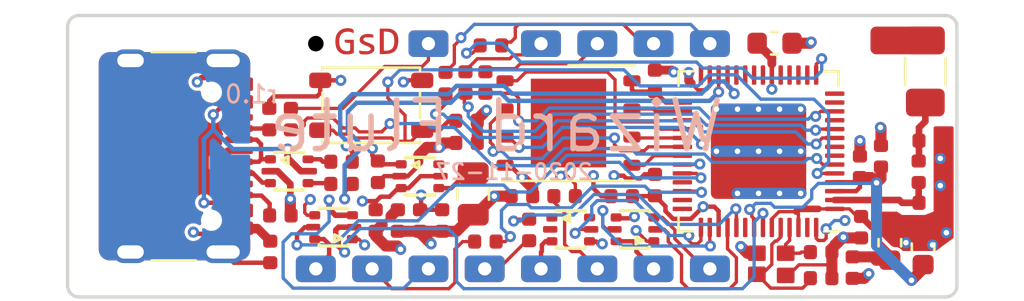
<source format=kicad_pcb>
(kicad_pcb (version 20201116) (generator pcbnew)
  (title_block (title "Wizard Flute (CA)") (date "2020-11-27") (rev "r1.0") (company "GsD") (comment 3 "© 2020 Greg Davill <greg.davill@gmail.com>") (comment 4 "License: CERN-OHL-P"))
  (layers (0 "F.Cu" signal) (1 "In1.Cu" signal) (2 "In2.Cu" signal) (31 "B.Cu" signal) (34 "B.Paste" user) (35 "F.Paste" user) (36 "B.SilkS" user "B.Silkscreen") (37 "F.SilkS" user "F.Silkscreen") (38 "B.Mask" user) (39 "F.Mask" user) (44 "Edge.Cuts" user))
  (net 0 "")
  (net 1 "+3V3")
  (net 2 "GND")
  (net 3 "/USB_N")
  (net 4 "/USB_P")
  (net 5 "/CC1")
  (net 6 "/CC2")
  (net 7 "/SHIELD")
  (net 8 "VBUS")
  (net 9 "/xD+")
  (net 10 "/xD-")
  (net 11 "/iD+")
  (net 12 "/iD-")
  (net 13 "/SPI_~CS")
  (net 14 "/SPI_SCK")
  (net 15 "/SPI_~HLD~-IO3")
  (net 16 "/SPI_~WP~-IO2")
  (net 17 "/U0RXD")
  (net 18 "Net-(L1-Pad1)")
  (net 19 "/SPI_COPI-IO0")
  (net 20 "/SPI_CIPO-IO1")
  (net 21 "Net-(C4-Pad2)")
  (net 22 "Net-(C3-Pad2)")
  (net 23 "Net-(AE1-Pad1)")
  (net 24 "Net-(C19-Pad1)")
  (net 25 "Net-(R9-Pad1)")
  (net 26 "Net-(C13-Pad1)")
  (net 27 "Net-(C10-Pad1)")
  (net 28 "/GPIO0-BOOT")
  (net 29 "/VCC_SPI")
  (net 30 "Net-(R15-Pad1)")
  (net 31 "Net-(R8-Pad1)")
  (net 32 "Net-(R11-Pad1)")
  (net 33 "Net-(R14-Pad1)")
  (net 34 "Net-(LE1-Pad1)")
  (net 35 "Net-(C5-Pad2)")
  (net 36 "/SBU1")
  (net 37 "/SBU2")
  (net 38 "Net-(R16-Pad1)")
  (net 39 "Net-(LE1-Pad2)")
  (net 40 "Net-(R13-Pad1)")
  (net 41 "Net-(LE1-Pad4)")
  (net 42 "Net-(R12-Pad1)")
  (net 43 "Net-(LE1-Pad6)")
  (net 44 "Net-(LE1-Pad8)")
  (net 45 "/led_ca4")
  (net 46 "/led_ca3")
  (net 47 "/led_ca2")
  (net 48 "/led_ca1")
  (net 49 "/led_ca0")
  (net 50 "/RAM_~CS")
  (net 51 "/U0TXD")
  (net 52 "/led_a")
  (net 53 "/led_b")
  (net 54 "/led_c")
  (net 55 "/led_d")
  (net 56 "/led_e")
  (net 57 "/led_f")
  (net 58 "/led_g")
  (net 59 "/led_dp")
  (footprint "Resistor_SMD:R_0402_1005Metric" (layer "F.Cu") (at 112.359998 100.2475 180)
    (fp_text reference "R4" hide)
    (fp_text value "22R" hide)
  )
  (footprint "pkl_buttons_switches:SW_SPST_3x4x2.5" (layer "F.Cu") (at 113.7 97.7 180)
    (fp_text reference "SW1" hide)
    (fp_text value "TACT" hide)
  )
  (footprint "Resistor_SMD:R_0402_1005Metric" (layer "F.Cu") (at 109.1 98.325 -90)
    (fp_text reference "R2" hide)
    (fp_text value "5k1" hide)
  )
  (footprint "Resistor_SMD:R_0402_1005Metric" (layer "F.Cu") (at 109.6 102.67 180)
    (fp_text reference "R3" hide)
    (fp_text value "5k1" hide)
  )
  (footprint "Capacitor_SMD:C_0402_1005Metric" (layer "F.Cu") (at 126.5 101.3 90)
    (fp_text reference "C9" hide)
    (fp_text value "100n" hide)
  )
  (footprint "pkl_connectors:USB_C_Receptacle_HRO_TYPE-C-31-M-12" (layer "F.Cu") (at 103.889 100 -90)
    (fp_text reference "J1" hide)
    (fp_text value "USB_C" hide)
  )
  (footprint "Resistor_SMD:R_0402_1005Metric" (layer "F.Cu") (at 109.144 104.318 -90)
    (fp_text reference "R1" hide)
    (fp_text value "1M" hide)
  )
  (footprint "Capacitor_SMD:C_0603_1608Metric" (layer "F.Cu") (at 131.9 94.9)
    (fp_text reference "C19" hide)
    (fp_text value "10u" hide)
  )
  (footprint "led-clock:SOT-666" (layer "F.Cu") (at 110 100.675)
    (fp_text reference "U1" hide)
    (fp_text value "USBLC6-2" hide)
  )
  (footprint "Resistor_SMD:R_0402_1005Metric" (layer "F.Cu") (at 118 98.4)
    (fp_text reference "R10" hide)
    (fp_text value "10k" hide)
  )
  (footprint "Resistor_SMD:R_0402_1005Metric" (layer "F.Cu") (at 112.359998 101.2475 180)
    (fp_text reference "R5" hide)
    (fp_text value "22R" hide)
  )
  (footprint "Capacitor_SMD:C_0402_1005Metric" (layer "F.Cu") (at 120.5 101.8)
    (fp_text reference "C12" hide)
    (fp_text value "100n" hide)
  )
  (footprint "Capacitor_SMD:C_0402_1005Metric" (layer "F.Cu") (at 134 105.5 180)
    (fp_text reference "C3" hide)
    (fp_text value "18pF" hide)
  )
  (footprint "led-clock:SOT-666" (layer "F.Cu") (at 112 103.2 180)
    (fp_text reference "Q2" hide)
    (fp_text value "NTZD3152P" hide)
  )
  (footprint "Capacitor_SMD:C_0603_1608Metric" (layer "F.Cu") (at 138.6 104.1 90)
    (fp_text reference "C14" hide)
    (fp_text value "10u" hide)
  )
  (footprint "led-clock:SOT-666" (layer "F.Cu") (at 122.7 103.3)
    (fp_text reference "Q1" hide)
    (fp_text value "NTZD3152P" hide)
  )
  (footprint "Capacitor_SMD:C_0402_1005Metric" (layer "F.Cu") (at 113.9 102.9 -90)
    (fp_text reference "C1" hide)
    (fp_text value "4.7uF" hide)
  )
  (footprint "Capacitor_SMD:C_0402_1005Metric" (layer "F.Cu") (at 138.9 99.3)
    (fp_text reference "C11" hide)
    (fp_text value "TBD" hide)
  )
  (footprint "Capacitor_SMD:C_0402_1005Metric" (layer "F.Cu") (at 134 104.325 180)
    (fp_text reference "C4" hide)
    (fp_text value "18pF" hide)
  )
  (footprint "Resistor_SMD:R_0402_1005Metric" (layer "F.Cu") (at 122.425 101.8)
    (fp_text reference "R12" hide)
    (fp_text value "220R" hide)
  )
  (footprint "Capacitor_SMD:C_0402_1005Metric" (layer "F.Cu") (at 126.5 96.6 90)
    (fp_text reference "C2" hide)
    (fp_text value "2.2uF" hide)
  )
  (footprint "Package_SON:WSON-8-1EP_6x5mm_P1.27mm_EP3.4x4mm" (layer "F.Cu") (at 122.6 98.5)
    (fp_text reference "U4" hide)
    (fp_text value "W25Q32JVZPIQ" hide)
  )
  (footprint "led-clock:SOT-666" (layer "F.Cu") (at 115.9 100.9)
    (fp_text reference "U2" hide)
    (fp_text value "TLV62569DRL" hide)
  )
  (footprint "Resistor_SMD:R_0402_1005Metric" (layer "F.Cu") (at 116.9 102.9 -90)
    (fp_text reference "R6" hide)
    (fp_text value "210k" hide)
  )
  (footprint "Inductor_SMD:L_0805_2012Metric" (layer "F.Cu") (at 118.3 101.7 -90)
    (fp_text reference "L1" hide)
    (fp_text value "2.2uH" hide)
  )
  (footprint "Resistor_SMD:R_0402_1005Metric" (layer "F.Cu") (at 117.95 96.675 -90)
    (fp_text reference "R11" hide)
    (fp_text value "220R" hide)
  )
  (footprint "Inductor_SMD:L_0402_1005Metric" (layer "F.Cu") (at 125 101.8)
    (fp_text reference "FB1" hide)
    (fp_text value "240R" hide)
  )
  (footprint "led-clock:Crystal_SMD_4Pin_2.0x1.6mm" (layer "F.Cu") (at 131.75 104.875 -90)
    (fp_text reference "Y1" hide)
    (fp_text value "40MHz" hide)
  )
  (footprint "Capacitor_SMD:C_0402_1005Metric" (layer "F.Cu") (at 114.9 102.9 90)
    (fp_text reference "C6" hide)
    (fp_text value "1uF" hide)
  )
  (footprint "Resistor_SMD:R_0402_1005Metric" (layer "F.Cu") (at 120.825 103.325 90)
    (fp_text reference "R13" hide)
    (fp_text value "220R" hide)
  )
  (footprint "Capacitor_SMD:C_0402_1005Metric" (layer "F.Cu") (at 118 99.4 180)
    (fp_text reference "C7" hide)
    (fp_text value "2.2uF" hide)
  )
  (footprint "Resistor_SMD:R_0402_1005Metric" (layer "F.Cu") (at 110.075 98.325 -90)
    (fp_text reference "R14" hide)
    (fp_text value "220R" hide)
  )
  (footprint "Resistor_SMD:R_0402_1005Metric" (layer "F.Cu") (at 118.85 103.85)
    (fp_text reference "R16" hide)
    (fp_text value "220R" hide)
  )
  (footprint "Capacitor_SMD:C_0402_1005Metric" (layer "F.Cu") (at 135.75 100.475 90)
    (fp_text reference "C15" hide)
    (fp_text value "100n" hide)
  )
  (footprint "Inductor_SMD:L_0402_1005Metric" (layer "F.Cu") (at 138.4 100.7 90)
    (fp_text reference "L2" hide)
    (fp_text value "TBD" hide)
  )
  (footprint "Resistor_SMD:R_0402_1005Metric" (layer "F.Cu") (at 118.85 96.675 -90)
    (fp_text reference "R8" hide)
    (fp_text value "220R" hide)
  )
  (footprint "Resistor_SMD:R_0402_1005Metric" (layer "F.Cu") (at 119.1 95 180)
    (fp_text reference "R15" hide)
    (fp_text value "220R" hide)
  )
  (footprint "Inductor_SMD:L_0402_1005Metric" (layer "F.Cu") (at 135.425 105.025 90)
    (fp_text reference "FB3" hide)
    (fp_text value "240R" hide)
  )
  (footprint "Inductor_SMD:L_0402_1005Metric" (layer "F.Cu") (at 136.7 100 -90)
    (fp_text reference "FB2" hide)
    (fp_text value "240R" hide)
  )
  (footprint "Resistor_SMD:R_0402_1005Metric" (layer "F.Cu") (at 114 100.7 90)
    (fp_text reference "R7" hide)
    (fp_text value "47k" hide)
  )
  (footprint "Capacitor_SMD:C_0402_1005Metric" (layer "F.Cu") (at 115.9 102.9 90)
    (fp_text reference "C5" hide)
    (fp_text value "6.8pF" hide)
  )
  (footprint "gsd_logo_small" (layer "F.Cu") (at 113.5 94.9)
    (fp_text reference "G***" hide)
    (fp_text value "LOGO" hide)
  )
  (footprint "Capacitor_SMD:C_0402_1005Metric" (layer "F.Cu") (at 138.9 102.1)
    (fp_text reference "C10" hide)
    (fp_text value "TBD" hide)
  )
  (footprint "Package_DFN_QFN:QFN-56-1EP_7x7mm_P0.4mm_EP5.6x5.6mm" (layer "F.Cu") (at 131.175 99.775 180)
    (fp_text reference "U3" hide)
    (fp_text value "ESP32-S2" hide)
  )
  (footprint "Capacitor_SMD:C_0402_1005Metric" (layer "F.Cu") (at 135.8 103.2 -90)
    (fp_text reference "C13" hide)
    (fp_text value "100n" hide)
  )
  (footprint "led-clock:SOT-666" (layer "F.Cu") (at 125.6 103.3 180)
    (fp_text reference "Q3" hide)
    (fp_text value "NTZD3152P" hide)
  )
  (footprint "oshw_small" (layer "F.Cu") (at 136.35 96.75)
    (fp_text reference "G***" hide)
    (fp_text value "LOGO" hide)
  )
  (footprint "Capacitor_SMD:C_0603_1608Metric" (layer "F.Cu") (at 137.1 103.9 90)
    (fp_text reference "C8" hide)
    (fp_text value "10u" hide)
  )
  (footprint "Resistor_SMD:R_0402_1005Metric" (layer "F.Cu") (at 117.05 96.7 -90)
    (fp_text reference "R9" hide)
    (fp_text value "220R" hide)
  )
  (footprint "led-clock:Ant_3216" (layer "F.Cu") (at 138.7 96.175 90)
    (fp_text reference "AE1" hide)
    (fp_text value "Antenna" hide)
  )
  (footprint "led-clock:kem-3942-ay" (layer "B.Cu") (at 120.09 100 180)
    (fp_text reference "LE1" hide)
    (fp_text value "LTC-4627" hide)
  )
  (gr_line (start 100.525 93.65) (end 139.6 93.649999) (layer "Edge.Cuts") (width 0.15))
  (gr_line (start 100 105.825) (end 100 101.5) (layer "Edge.Cuts") (width 0.15))
  (gr_line (start 139.575 106.35) (end 100.525 106.349999) (layer "Edge.Cuts") (width 0.15))
  (gr_arc (start 100.513935 105.836064) (end 100 105.825) (angle -92.46665675) (layer "Edge.Cuts") (width 0.15))
  (gr_line (start 140.125 98.525) (end 140.125 94.2) (layer "Edge.Cuts") (width 0.15))
  (gr_arc (start 139.618499 94.157909) (end 140.125 94.2) (angle -96.83634868) (layer "Edge.Cuts") (width 0.15))
  (gr_line (start 140.126272 105.841999) (end 140.125 101.525) (layer "Edge.Cuts") (width 0.15))
  (gr_line (start 100 98.5) (end 100 94.175) (layer "Edge.Cuts") (width 0.15))
  (gr_line (start 140.125 101.525) (end 140.125 98.525) (layer "Edge.Cuts") (width 0.15))
  (gr_arc (start 100.513716 94.163716) (end 100.525 93.65) (angle -92.51664977) (layer "Edge.Cuts") (width 0.15))
  (gr_arc (start 139.616573 105.841999) (end 139.575 106.35) (angle -94.67845776) (layer "Edge.Cuts") (width 0.15))
  (gr_line (start 100 101.5) (end 100 98.5) (layer "Edge.Cuts") (width 0.15))
  (gr_text "Wizard Flute" (at 119.35 98.65) (layer "B.SilkS") (effects (font (size 2.2 2.2) (thickness 0.25)) (justify mirror)))
  (gr_text "2020-11-27" (at 120.15 100.7) (layer "B.SilkS") (effects (font (size 0.7 0.7) (thickness 0.12)) (justify mirror)))
  (gr_text "r1.0" (at 108.3 97.2) (layer "B.SilkS") (effects (font (size 0.8 0.8) (thickness 0.12)) (justify mirror)))
  (segment (start 111.15 102.6625) (end 110.8125 102.6625) (width 0.15) (layer "F.Cu") (net 1))
  (segment (start 118.485 98.34) (end 118.9 97.925) (width 0.5) (layer "F.Cu") (net 1))
  (segment (start 110.8125 102.6625) (end 110.7 102.55) (width 0.15) (layer "F.Cu") (net 1))
  (segment (start 123.725 100.875) (end 123.725 101.45) (width 0.2) (layer "F.Cu") (net 1))
  (segment (start 123.725 101.45) (end 124.075 101.8) (width 0.2) (layer "F.Cu") (net 1))
  (segment (start 124.125 103.95) (end 123.95 103.95) (width 0.2) (layer "F.Cu") (net 1))
  (segment (start 115.9 103.45) (end 115.9 103.385) (width 0.5) (layer "F.Cu") (net 1))
  (segment (start 124.075 101.8) (end 124.515 101.8) (width 0.2) (layer "F.Cu") (net 1))
  (segment (start 126.45 103.8375) (end 126.1375 103.8375) (width 0.15) (layer "F.Cu") (net 1))
  (segment (start 123.95 103.95) (end 123.85 103.85) (width 0.2) (layer "F.Cu") (net 1))
  (segment (start 118.485 99.4) (end 118.485 98.4) (width 0.5) (layer "F.Cu") (net 1))
  (segment (start 114.9 103.385) (end 115.9 103.385) (width 0.5) (layer "F.Cu") (net 1))
  (segment (start 126.1375 103.8375) (end 125.65 103.35) (width 0.15) (layer "F.Cu") (net 1))
  (segment (start 112.85 103.7375) (end 113.1375 103.7375) (width 0.15) (layer "F.Cu") (net 1))
  (segment (start 136.15 105.3) (end 135.94 105.51) (width 0.5) (layer "F.Cu") (net 1))
  (segment (start 136.7 98.725) (end 136.675 98.7) (width 0.5) (layer "F.Cu") (net 1))
  (segment (start 110.7 102.55) (end 110.7 102.2) (width 0.15) (layer "F.Cu") (net 1))
  (segment (start 136.7 99.515) (end 136.7 98.725) (width 0.5) (layer "F.Cu") (net 1))
  (segment (start 118.3 102.6375) (end 118.4125 102.6375) (width 0.5) (layer "F.Cu") (net 1))
  (segment (start 113.1375 103.7375) (end 113.4 104) (width 0.15) (layer "F.Cu") (net 1))
  (segment (start 115.9 103.385) (end 116.9 103.385) (width 0.5) (layer "F.Cu") (net 1))
  (segment (start 123.85 103.85) (end 123.5625 103.85) (width 0.2) (layer "F.Cu") (net 1))
  (segment (start 123.5625 103.85) (end 123.55 103.8375) (width 0.2) (layer "F.Cu") (net 1))
  (segment (start 117.5525 103.385) (end 118.3 102.6375) (width 0.5) (layer "F.Cu") (net 1))
  (segment (start 118.485 98.4) (end 118.485 98.34) (width 0.5) (layer "F.Cu") (net 1))
  (segment (start 110.7 102.2) (end 110.95 101.95) (width 0.15) (layer "F.Cu") (net 1))
  (segment (start 116.4 103.95) (end 115.9 103.45) (width 0.5) (layer "F.Cu") (net 1))
  (segment (start 120.015 101.8) (end 119.25 101.8) (width 0.5) (layer "F.Cu") (net 1))
  (segment (start 116.9 103.385) (end 117.5525 103.385) (width 0.5) (layer "F.Cu") (net 1))
  (segment (start 135.94 105.51) (end 135.425 105.51) (width 0.5) (layer "F.Cu") (net 1))
  (segment (start 118.4125 102.6375) (end 119.25 101.8) (width 0.5) (layer "F.Cu") (net 1))
  (via (at 118.9 97.925) (size 0.5) (drill 0.25) (layers "F.Cu" "B.Cu") (net 1))
  (via (at 125.65 103.35) (size 0.5) (drill 0.25) (layers "F.Cu" "B.Cu") (net 1))
  (via (at 136.15 105.3) (size 0.5) (drill 0.25) (layers "F.Cu" "B.Cu") (net 1))
  (via (at 116.4 103.95) (size 0.5) (drill 0.25) (layers "F.Cu" "B.Cu") (net 1))
  (via (at 119.25 101.8) (size 0.5) (drill 0.25) (layers "F.Cu" "B.Cu") (net 1))
  (via (at 113.4 104) (size 0.5) (drill 0.25) (layers "F.Cu" "B.Cu") (net 1))
  (via (at 124.125 103.95) (size 0.5) (drill 0.25) (layers "F.Cu" "B.Cu") (net 1))
  (via (at 110.95 101.95) (size 0.5) (drill 0.25) (layers "F.Cu" "B.Cu") (net 1))
  (via (at 136.675 98.7) (size 0.5) (drill 0.25) (layers "F.Cu" "B.Cu") (net 1))
  (via (at 123.725 100.875) (size 0.5) (drill 0.25) (layers "F.Cu" "B.Cu") (net 1))
  (segment (start 113.9 103.6) (end 113.9 103.385) (width 0.5) (layer "F.Cu") (net 2))
  (segment (start 125.5 102.8) (end 125.575 102.725) (width 0.2) (layer "F.Cu") (net 2))
  (segment (start 110.085 102.67) (end 110.05 102.635) (width 0.5) (layer "F.Cu") (net 2))
  (segment (start 134.475 104.425) (end 134.475 103.89) (width 0.15) (layer "F.Cu") (net 2))
  (segment (start 114.875 104.05) (end 114.35 104.05) (width 0.5) (layer "F.Cu") (net 2))
  (segment (start 114.9 102.415) (end 114.87 102.415) (width 0.5) (layer "F.Cu") (net 2))
  (segment (start 106.9 96.45) (end 106.05 96.45) (width 0.25) (layer "F.Cu") (net 2))
  (segment (start 131.1 104.375) (end 130.675 104.375) (width 0.5) (layer "F.Cu") (net 2))
  (segment (start 106.925 103.5) (end 105.75 103.5) (width 0.2) (layer "F.Cu") (net 2))
  (segment (start 132.525 105.375) (end 133 104.9) (width 0.15) (layer "F.Cu") (net 2))
  (segment (start 107.044 103.381) (end 106.925 103.5) (width 0.2) (layer "F.Cu") (net 2))
  (segment (start 134.485 104.325) (end 134.485 104.165) (width 0.5) (layer "F.Cu") (net 2))
  (segment (start 134.465 105.025) (end 134.475 105.015) (width 0.15) (layer "F.Cu") (net 2))
  (segment (start 111.4 97.15) (end 111.4 96.575) (width 0.2) (layer "F.Cu") (net 2))
  (segment (start 107.734 96.75) (end 107.2 96.75) (width 0.25) (layer "F.Cu") (net 2))
  (segment (start 134.475 104.425) (end 134.475 104.71) (width 0.15) (layer "F.Cu") (net 2))
  (segment (start 113.9 103.385) (end 114.1925 103.0925) (width 0.5) (layer "F.Cu") (net 2))
  (segment (start 139.385 102.1) (end 139.375 102.09) (width 0.15) (layer "F.Cu") (net 2))
  (segment (start 132.4 105.375) (end 132.525 105.375) (width 0.15) (layer "F.Cu") (net 2))
  (segment (start 135.035 103.685) (end 135 103.65) (width 0.5) (layer "F.Cu") (net 2))
  (segment (start 110.0925 102.6625) (end 110.085 102.67) (width 0.25) (layer "F.Cu") (net 2))
  (segment (start 134.485 105.5) (end 134.485 104.325) (width 0.5) (layer "F.Cu") (net 2))
  (segment (start 107.2 96.75) (end 106.9 96.45) (width 0.25) (layer "F.Cu") (net 2))
  (segment (start 120.985 101.435) (end 120.5 100.95) (width 0.5) (layer "F.Cu") (net 2))
  (segment (start 109.1 97.84) (end 109.1 97.5) (width 0.2) (layer "F.Cu") (net 2))
  (segment (start 133 104.9) (end 134.46 104.9) (width 0.15) (layer "F.Cu") (net 2))
  (segment (start 125.85 101) (end 125.2 101) (width 0.2) (layer "F.Cu") (net 2))
  (segment (start 109.075 100.675) (end 109.475 100.675) (width 0.3) (layer "F.Cu") (net 2))
  (segment (start 109.3 97.3) (end 111.25 97.3) (width 0.2) (layer "F.Cu") (net 2))
  (segment (start 115.85 100.4) (end 115.85 100.25) (width 0.2) (layer "F.Cu") (net 2))
  (segment (start 108.561 103.25) (end 109.144 103.833) (width 0.4) (layer "F.Cu") (net 2))
  (segment (start 134.475 105.015) (end 134.475 104.885) (width 0.15) (layer "F.Cu") (net 2))
  (segment (start 115.85 99.95) (end 115.85 100.25) (width 0.4) (layer "F.Cu") (net 2))
  (segment (start 137.1 103.1125) (end 137.7625 103.1125) (width 0.15) (layer "F.Cu") (net 2))
  (segment (start 115.35 100.9) (end 115.85 100.4) (width 0.2) (layer "F.Cu") (net 2))
  (segment (start 126.5 96.115) (end 127.265 96.115) (width 0.4) (layer "F.Cu") (net 2))
  (segment (start 130.6 104.075) (end 131.1 104.575) (width 0.15) (layer "F.Cu") (net 2))
  (segment (start 134.715 103.65) (end 135 103.65) (width 0.15) (layer "F.Cu") (net 2))
  (segment (start 133.5 94.9) (end 132.6875 94.9) (width 0.5) (layer "F.Cu") (net 2))
  (segment (start 120.985 101.8) (end 120.985 101.435) (width 0.5) (layer "F.Cu") (net 2))
  (segment (start 134.475 104.885) (end 134.475 104.71) (width 0.15) (layer "F.Cu") (net 2))
  (segment (start 114.975 100.9) (end 115.35 100.9) (width 0.2) (layer "F.Cu") (net 2))
  (segment (start 134.68 103.685) (end 134.715 103.65) (width 0.15) (layer "F.Cu") (net 2))
  (segment (start 105.75 103.5) (end 105.675 103.425) (width 0.2) (layer "F.Cu") (net 2))
  (segment (start 137.825 103.275) (end 137.825 103.9) (width 0.15) (layer "F.Cu") (net 2))
  (segment (start 124.65 100.875) (end 125.075 100.875) (width 0.2) (layer "F.Cu") (net 2))
  (segment (start 124.7875 102.8) (end 125.5 102.8) (width 0.2) (layer "F.Cu") (net 2))
  (segment (start 107.734 103.25) (end 108.561 103.25) (width 0.4) (layer "F.Cu") (net 2))
  (segment (start 117.515 99.4) (end 116.975 99.4) (width 0.5) (layer "F.Cu") (net 2))
  (segment (start 115.225 96.575) (end 116 96.575) (width 0.2) (layer "F.Cu") (net 2))
  (segment (start 106.05 96.45) (end 105.85 96.65) (width 0.25) (layer "F.Cu") (net 2))
  (segment (start 116.2 99.6) (end 116.775 99.6) (width 0.5) (layer "F.Cu") (net 2))
  (segment (start 134.475 105.6) (end 134.475 105.015) (width 0.15) (layer "F.Cu") (net 2))
  (segment (start 111.4 96.575) (end 112.325 96.575) (width 0.2) (layer "F.Cu") (net 2))
  (segment (start 139.375 99.31) (end 139.375 100.1) (width 0.15) (layer "F.Cu") (net 2))
  (segment (start 133.55 94.85) (end 133.5 94.9) (width 0.5) (layer "F.Cu") (net 2))
  (segment (start 134.485 104.165) (end 135 103.65) (width 0.5) (layer "F.Cu") (net 2))
  (segment (start 139.385 99.3) (end 139.375 99.31) (width 0.15) (layer "F.Cu") (net 2))
  (segment (start 114.87 102.415) (end 114.5925 102.6925) (width 0.5) (layer "F.Cu") (net 2))
  (segment (start 126.035 100.815) (end 125.85 101) (width 0.2) (layer "F.Cu") (net 2))
  (segment (start 137.9625 103.3125) (end 138.6 103.3125) (width 0.15) (layer "F.Cu") (net 2))
  (segment (start 126.5 100.815) (end 126.035 100.815) (width 0.2) (layer "F.Cu") (net 2))
  (segment (start 139.375 102.09) (end 139.375 101.325) (width 0.15) (layer "F.Cu") (net 2))
  (segment (start 109.1 97.5) (end 109.3 97.3) (width 0.2) (layer "F.Cu") (net 2))
  (segment (start 134.475 104.71) (end 134.475 104.6) (width 0.15) (layer "F.Cu") (net 2))
  (segment (start 115.025 104.2) (end 114.875 104.05) (width 0.5) (layer "F.Cu") (net 2))
  (segment (start 114.975 100.9) (end 114.285 100.9) (width 0.2) (layer "F.Cu") (net 2))
  (segment (start 135.75 99.99) (end 135.75 99.3) (width 0.5) (layer "F.Cu") (net 2))
  (segment (start 135.8 103.685) (end 135.035 103.685) (width 0.5) (layer "F.Cu") (net 2))
  (segment (start 109.475 100.675) (end 110.05 101.25) (width 0.3) (layer "F.Cu") (net 2))
  (segment (start 108.556 103.381) (end 107.044 103.381) (width 0.2) (layer "F.Cu") (net 2))
  (segment (start 124.75 102.7625) (end 124.7875 102.8) (width 0.2) (layer "F.Cu") (net 2))
  (segment (start 130.675 104.375) (end 130.375 104.075) (width 0.5) (layer "F.Cu") (net 2))
  (segment (start 116.975 99.4) (end 116.775 99.6) (width 0.5) (layer "F.Cu") (net 2))
  (segment (start 134.475 103.89) (end 134.68 103.685) (width 0.15) (layer "F.Cu") (net 2))
  (segment (start 110.05 101.25) (end 110.05 101.925) (width 0.3) (layer "F.Cu") (net 2))
  (segment (start 119.7375 100.405) (end 119.955 100.405) (width 0.2) (layer "F.Cu") (net 2))
  (segment (start 115.15 96.65) (end 115.225 96.575) (width 0.2) (layer "F.Cu") (net 2))
  (segment (start 127.265 96.115) (end 127.35 96.2) (width 0.4) (layer "F.Cu") (net 2))
  (segment (start 110.05 102.635) (end 110.05 101.925) (width 0.5) (layer "F.Cu") (net 2))
  (segment (start 115.85 99.95) (end 116.2 99.6) (width 0.5) (layer "F.Cu") (net 2))
  (segment (start 137.875 103.225) (end 137.9625 103.3125) (width 0.15) (layer "F.Cu") (net 2))
  (segment (start 109.1 97.84) (end 109.075 97.815) (width 0.2) (layer "F.Cu") (net 2))
  (segment (start 130.375 104.075) (end 130.6 104.075) (width 0.15) (layer "F.Cu") (net 2))
  (segment (start 114.35 104.05) (end 113.9 103.6) (width 0.5) (layer "F.Cu") (net 2))
  (segment (start 134.46 104.9) (end 134.475 104.885) (width 0.15) (layer "F.Cu") (net 2))
  (segment (start 114.5925 102.6925) (end 114.1925 103.0925) (width 0.2) (layer "F.Cu") (net 2))
  (segment (start 114.285 100.9) (end 114 101.185) (width 0.2) (layer "F.Cu") (net 2))
  (segment (start 125.075 100.875) (end 125.2 101) (width 0.2) (layer "F.Cu") (net 2))
  (segment (start 109.008 103.833) (end 108.556 103.381) (width 0.2) (layer "F.Cu") (net 2))
  (segment (start 137.875 103.225) (end 137.825 103.275) (width 0.15) (layer "F.Cu") (net 2))
  (segment (start 137.7625 103.1125) (end 137.875 103.225) (width 0.15) (layer "F.Cu") (net 2))
  (segment (start 111.25 97.3) (end 111.4 97.15) (width 0.2) (layer "F.Cu") (net 2))
  (segment (start 109.144 103.833) (end 109.008 103.833) (width 0.2) (layer "F.Cu") (net 2))
  (segment (start 119.955 100.405) (end 120.5 100.95) (width 0.2) (layer "F.Cu") (net 2))
  (via (at 135.75 99.3) (size 0.5) (drill 0.25) (layers "F.Cu" "B.Cu") (net 2))
  (via (at 139.025 104) (size 0.5) (drill 0.25) (layers "F.Cu" "B.Cu") (net 2))
  (via (at 137.825 103.9) (size 0.5) (drill 0.25) (layers "F.Cu" "B.Cu") (net 2))
  (via (at 105.675 103.425) (size 0.5) (drill 0.25) (layers "F.Cu" "B.Cu") (net 2))
  (via (at 139.65 103.45) (size 0.5) (drill 0.25) (layers "F.Cu" "B.Cu") (net 2))
  (via (at 120.5 100.95) (size 0.5) (drill 0.25) (layers "F.Cu" "B.Cu") (net 2))
  (via (at 139.375 101.325) (size 0.5) (drill 0.25) (layers "F.Cu" "B.Cu") (net 2))
  (via (at 130.375 104.075) (size 0.5) (drill 0.25) (layers "F.Cu" "B.Cu") (net 2))
  (via (at 105.85 96.65) (size 0.5) (drill 0.25) (layers "F.Cu" "B.Cu") (net 2))
  (via (at 115.15 96.65) (size 0.5) (drill 0.25) (layers "F.Cu" "B.Cu") (net 2))
  (via (at 124.65 100.875) (size 0.5) (drill 0.25) (layers "F.Cu" "B.Cu") (net 2))
  (via (at 116.775 99.6) (size 0.5) (drill 0.25) (layers "F.Cu" "B.Cu") (net 2))
  (via (at 133.55 94.85) (size 0.5) (drill 0.25) (layers "F.Cu" "B.Cu") (net 2))
  (via (at 127.35 96.2) (size 0.5) (drill 0.25) (layers "F.Cu" "B.Cu") (net 2))
  (via (at 110.05 101.925) (size 0.5) (drill 0.25) (layers "F.Cu" "B.Cu") (net 2))
  (via (at 135 103.65) (size 0.5) (drill 0.25) (layers "F.Cu" "B.Cu") (net 2))
  (via (at 115.025 104.2) (size 0.5) (drill 0.25) (layers "F.Cu" "B.Cu") (net 2))
  (via (at 112.325 96.575) (size 0.5) (drill 0.25) (layers "F.Cu" "B.Cu") (net 2))
  (via (at 125.575 102.725) (size 0.5) (drill 0.25) (layers "F.Cu" "B.Cu") (net 2))
  (via (at 139.375 100.1) (size 0.5) (drill 0.25) (layers "F.Cu" "B.Cu") (net 2))
  (segment (start 129.775 96.85) (end 130.075 97.15) (width 0.15) (layer "F.Cu") (net 3))
  (segment (start 130.075 97.15) (end 130.075 97.175) (width 0.15) (layer "F.Cu") (net 3))
  (segment (start 129.775 96.3375) (end 129.775 96.85) (width 0.15) (layer "F.Cu") (net 3))
  (segment (start 112.844998 99.794998) (end 112.575 99.525) (width 0.2) (layer "F.Cu") (net 3))
  (segment (start 112.844998 100.2475) (end 112.844998 99.794998) (width 0.2) (layer "F.Cu") (net 3))
  (via (at 130.075 97.175) (size 0.5) (drill 0.25) (layers "F.Cu" "B.Cu") (net 3))
  (via (at 112.575 99.525) (size 0.5) (drill 0.25) (layers "F.Cu" "B.Cu") (net 3))
  (segment (start 117.175 97.2) (end 112.85 97.2) (width 0.2) (layer "B.Cu") (net 3))
  (segment (start 112.575 99.3) (end 112.575 99.525) (width 0.2) (layer "B.Cu") (net 3))
  (segment (start 129.625 96.625) (end 129.15 96.625) (width 0.2) (layer "B.Cu") (net 3))
  (segment (start 119.7 96.825) (end 117.55 96.825) (width 0.2) (layer "B.Cu") (net 3))
  (segment (start 112.3 99.025) (end 112.575 99.3) (width 0.2) (layer "B.Cu") (net 3))
  (segment (start 130.075 97.075) (end 129.625 96.625) (width 0.2) (layer "B.Cu") (net 3))
  (segment (start 112.85 97.2) (end 112.3 97.75) (width 0.2) (layer "B.Cu") (net 3))
  (segment (start 129.15 96.625) (end 128.6 97.175) (width 0.2) (layer "B.Cu") (net 3))
  (segment (start 128.6 97.175) (end 120.95 97.175) (width 0.2) (layer "B.Cu") (net 3))
  (segment (start 120.05 97.175) (end 119.7 96.825) (width 0.2) (layer "B.Cu") (net 3))
  (segment (start 120.95 97.175) (end 120.05 97.175) (width 0.2) (layer "B.Cu") (net 3))
  (segment (start 117.55 96.825) (end 117.175 97.2) (width 0.2) (layer "B.Cu") (net 3))
  (segment (start 130.075 97.175) (end 130.075 97.075) (width 0.2) (layer "B.Cu") (net 3))
  (segment (start 112.3 97.75) (end 112.3 99.025) (width 0.2) (layer "B.Cu") (net 3))
  (segment (start 112.5 101.592498) (end 112.5 101.925) (width 0.2) (layer "F.Cu") (net 4))
  (segment (start 129.375 96.3375) (end 129.375 97.1) (width 0.15) (layer "F.Cu") (net 4))
  (segment (start 112.844998 101.2475) (end 112.5 101.592498) (width 0.2) (layer "F.Cu") (net 4))
  (via (at 112.5 101.925) (size 0.5) (drill 0.25) (layers "F.Cu" "B.Cu") (net 4))
  (via (at 129.375 97.1) (size 0.5) (drill 0.25) (layers "F.Cu" "B.Cu") (net 4))
  (segment (start 112.5 101.525) (end 112.5 101.925) (width 0.2) (layer "B.Cu") (net 4))
  (segment (start 112.65 98.875) (end 112.65 97.975) (width 0.2) (layer "B.Cu") (net 4))
  (segment (start 112.65 97.975) (end 113.0375 97.5875) (width 0.2) (layer "B.Cu") (net 4))
  (segment (start 128.975 97.5) (end 129.375 97.1) (width 0.2) (layer "B.Cu") (net 4))
  (segment (start 112.5 101.525) (end 112.5 100.4) (width 0.2) (layer "B.Cu") (net 4))
  (segment (start 117.725 97.15) (end 117.2875 97.5875) (width 0.2) (layer "B.Cu") (net 4))
  (segment (start 120.9 97.5) (end 119.9 97.5) (width 0.2) (layer "B.Cu") (net 4))
  (segment (start 119.55 97.15) (end 117.725 97.15) (width 0.2) (layer "B.Cu") (net 4))
  (segment (start 120.9 97.5) (end 128.975 97.5) (width 0.2) (layer "B.Cu") (net 4))
  (segment (start 119.9 97.5) (end 119.55 97.15) (width 0.2) (layer "B.Cu") (net 4))
  (segment (start 113.125 99.35) (end 112.65 98.875) (width 0.2) (layer "B.Cu") (net 4))
  (segment (start 113.0375 97.5875) (end 117.2875 97.5875) (width 0.2) (layer "B.Cu") (net 4))
  (segment (start 113.125 99.775) (end 113.125 99.35) (width 0.2) (layer "B.Cu") (net 4))
  (segment (start 112.5 100.4) (end 113.125 99.775) (width 0.2) (layer "B.Cu") (net 4))
  (segment (start 109.04 98.75) (end 109.1 98.81) (width 0.2) (layer "F.Cu") (net 5))
  (segment (start 107.734 98.75) (end 109.04 98.75) (width 0.2) (layer "F.Cu") (net 5))
  (segment (start 109.115 102.14) (end 109.115 102.67) (width 0.2) (layer "F.Cu") (net 6))
  (segment (start 107.759 101.775) (end 108.75 101.775) (width 0.2) (layer "F.Cu") (net 6))
  (segment (start 107.734 101.75) (end 107.759 101.775) (width 0.2) (layer "F.Cu") (net 6))
  (segment (start 108.75 101.775) (end 109.115 102.14) (width 0.2) (layer "F.Cu") (net 6))
  (segment (start 102.839 104.32) (end 102.839 95.68) (width 0.2) (layer "F.Cu") (net 7))
  (segment (start 107.019 104.32) (end 102.839 104.32) (width 0.2) (layer "F.Cu") (net 7))
  (segment (start 107.019 95.68) (end 102.839 95.68) (width 0.2) (layer "F.Cu") (net 7))
  (segment (start 107.502 104.803) (end 107.019 104.32) (width 0.2) (layer "F.Cu") (net 7))
  (segment (start 109.144 104.803) (end 108.703 104.803) (width 0.2) (layer "F.Cu") (net 7))
  (segment (start 108.703 104.803) (end 107.502 104.803) (width 0.2) (layer "F.Cu") (net 7))
  (segment (start 114.9125 101.4375) (end 114.525 101.825) (width 0.2) (layer "F.Cu") (net 8))
  (segment (start 107.15 97.55) (end 106.575 98.125) (width 0.2) (layer "F.Cu") (net 8))
  (segment (start 114.525 101.825) (end 114.125 101.825) (width 0.2) (layer "F.Cu") (net 8))
  (segment (start 109.925 100.075) (end 109.925 99.675) (width 0.3) (layer "F.Cu") (net 8))
  (segment (start 113.875 102.025) (end 113.3 102.025) (width 0.2) (layer "F.Cu") (net 8))
  (segment (start 110.525 100.675) (end 109.925 100.075) (width 0.3) (layer "F.Cu") (net 8))
  (segment (start 107.734 97.55) (end 107.15 97.55) (width 0.2) (layer "F.Cu") (net 8))
  (segment (start 113.9 102.05) (end 113.9 102.415) (width 0.2) (layer "F.Cu") (net 8))
  (segment (start 107.206 102.581) (end 106.725 102.1) (width 0.2) (layer "F.Cu") (net 8))
  (segment (start 107.734 102.581) (end 107.206 102.581) (width 0.2) (layer "F.Cu") (net 8))
  (segment (start 114.125 101.825) (end 113.9 102.05) (width 0.2) (layer "F.Cu") (net 8))
  (segment (start 116.825 100.9) (end 115.925 100.9) (width 0.2) (layer "F.Cu") (net 8))
  (segment (start 115.925 100.9) (end 115.3875 101.4375) (width 0.2) (layer "F.Cu") (net 8))
  (segment (start 113.9 102.05) (end 113.875 102.025) (width 0.2) (layer "F.Cu") (net 8))
  (segment (start 110.925 100.675) (end 110.525 100.675) (width 0.3) (layer "F.Cu") (net 8))
  (segment (start 115.05 101.4375) (end 114.9125 101.4375) (width 0.2) (layer "F.Cu") (net 8))
  (segment (start 106.725 102.1) (end 106.15 102.1) (width 0.2) (layer "F.Cu") (net 8))
  (segment (start 115.3875 101.4375) (end 115.05 101.4375) (width 0.2) (layer "F.Cu") (net 8))
  (via (at 109.925 99.675) (size 0.5) (drill 0.25) (layers "F.Cu" "B.Cu") (net 8))
  (via (at 113.3 102.025) (size 0.5) (drill 0.25) (layers "F.Cu" "B.Cu") (net 8))
  (via (at 106.575 98.125) (size 0.5) (drill 0.25) (layers "F.Cu" "B.Cu") (net 8))
  (via (at 106.15 102.1) (size 0.5) (drill 0.25) (layers "F.Cu" "B.Cu") (net 8))
  (segment (start 106.15 99.225) (end 106.575 98.8) (width 0.2) (layer "B.Cu") (net 8))
  (segment (start 109.925 99.675) (end 107.45 99.675) (width 0.2) (layer "B.Cu") (net 8))
  (segment (start 107.45 99.675) (end 106.575 98.8) (width 0.2) (layer "B.Cu") (net 8))
  (segment (start 106.15 102.1) (end 106.15 99.225) (width 0.2) (layer "B.Cu") (net 8))
  (segment (start 106.575 98.8) (end 106.575 98.125) (width 0.2) (layer "B.Cu") (net 8))
  (segment (start 107.734 100.75) (end 106.875 100.75) (width 0.2) (layer "F.Cu") (net 9))
  (segment (start 107.734 100.75) (end 108.35 100.75) (width 0.2) (layer "F.Cu") (net 9))
  (segment (start 108.7875 101.1875) (end 109.125 101.1875) (width 0.2) (layer "F.Cu") (net 9))
  (segment (start 106.875 100.75) (end 106.625 100.5) (width 0.2) (layer "F.Cu") (net 9))
  (segment (start 106.625 100.075) (end 106.8875 99.8125) (width 0.2) (layer "F.Cu") (net 9))
  (segment (start 107.734 99.75) (end 106.95 99.75) (width 0.2) (layer "F.Cu") (net 9))
  (segment (start 106.625 100.5) (end 106.625 100.075) (width 0.2) (layer "F.Cu") (net 9))
  (segment (start 108.35 100.75) (end 108.7875 101.1875) (width 0.2) (layer "F.Cu") (net 9))
  (segment (start 106.95 99.75) (end 106.8875 99.8125) (width 0.2) (layer "F.Cu") (net 9))
  (segment (start 106.8875 99.8125) (end 106.775 99.925) (width 0.2) (layer "F.Cu") (net 9))
  (segment (start 108.725 99.45) (end 108.725 100.125) (width 0.2) (layer "F.Cu") (net 10))
  (segment (start 108.525 99.25) (end 108.725 99.45) (width 0.2) (layer "F.Cu") (net 10))
  (segment (start 108.725 100.125) (end 108.7375 100.1375) (width 0.2) (layer "F.Cu") (net 10))
  (segment (start 108.7375 100.1375) (end 109.15 100.1375) (width 0.2) (layer "F.Cu") (net 10))
  (segment (start 107.734 100.25) (end 108.625 100.25) (width 0.2) (layer "F.Cu") (net 10))
  (segment (start 107.734 99.25) (end 108.525 99.25) (width 0.2) (layer "F.Cu") (net 10))
  (segment (start 108.625 100.25) (end 108.7375 100.1375) (width 0.2) (layer "F.Cu") (net 10))
  (segment (start 110.85 101.2125) (end 111.839998 101.2125) (width 0.2) (layer "F.Cu") (net 11))
  (segment (start 111.839998 101.2125) (end 111.874998 101.2475) (width 0.2) (layer "F.Cu") (net 11))
  (segment (start 111.5225 100.2475) (end 111.4125 100.1375) (width 0.2) (layer "F.Cu") (net 12))
  (segment (start 110.85 100.1375) (end 111.4125 100.1375) (width 0.2) (layer "F.Cu") (net 12))
  (segment (start 111.874998 100.2475) (end 111.5225 100.2475) (width 0.2) (layer "F.Cu") (net 12))
  (segment (start 124.925 98.45) (end 124.7 98.225) (width 0.15) (layer "F.Cu") (net 13))
  (segment (start 125.575 98.45) (end 124.925 98.45) (width 0.15) (layer "F.Cu") (net 13))
  (segment (start 125.575 98.45) (end 126.45 98.45) (width 0.15) (layer "F.Cu") (net 13))
  (segment (start 120.675 96.2) (end 120.28 96.595) (width 0.15) (layer "F.Cu") (net 13))
  (segment (start 124.351002 96.2) (end 120.675 96.2) (width 0.15) (layer "F.Cu") (net 13))
  (segment (start 124.7 96.548998) (end 124.351002 96.2) (width 0.15) (layer "F.Cu") (net 13))
  (segment (start 124.7 98.225) (end 124.7 96.548998) (width 0.15) (layer "F.Cu") (net 13))
  (segment (start 126.45 98.45) (end 126.775 98.775) (width 0.15) (layer "F.Cu") (net 13))
  (segment (start 127.7375 98.775) (end 126.775 98.775) (width 0.15) (layer "F.Cu") (net 13))
  (segment (start 120.28 96.595) (end 119.7375 96.595) (width 0.15) (layer "F.Cu") (net 13))
  (segment (start 127.7375 99.175) (end 125.5025 99.175) (width 0.15) (layer "F.Cu") (net 14))
  (segment (start 125.5025 99.175) (end 125.4625 99.135) (width 0.15) (layer "F.Cu") (net 14))
  (segment (start 127.7375 97.975) (end 126.525 97.975) (width 0.15) (layer "F.Cu") (net 15))
  (segment (start 126.415 97.865) (end 126.525 97.975) (width 0.15) (layer "F.Cu") (net 15))
  (segment (start 125.4625 97.865) (end 126.415 97.865) (width 0.15) (layer "F.Cu") (net 15))
  (segment (start 128.325 98.375) (end 128.6 98.65) (width 0.15) (layer "F.Cu") (net 16))
  (segment (start 128.6 98.65) (end 128.6 99.025) (width 0.15) (layer "F.Cu") (net 16))
  (segment (start 127.7375 98.375) (end 128.325 98.375) (width 0.15) (layer "F.Cu") (net 16))
  (segment (start 128.6 99.45) (end 128.6 99.025) (width 0.15) (layer "F.Cu") (net 16))
  (segment (start 119.91 99.135) (end 120.375 99.6) (width 0.15) (layer "F.Cu") (net 16))
  (segment (start 119.7375 99.135) (end 119.91 99.135) (width 0.15) (layer "F.Cu") (net 16))
  (via (at 128.6 99.45) (size 0.5) (drill 0.25) (layers "F.Cu" "B.Cu") (net 16))
  (via (at 120.375 99.6) (size 0.5) (drill 0.25) (layers "F.Cu" "B.Cu") (net 16))
  (segment (start 128.6 99.45) (end 127.85 98.7) (width 0.15) (layer "B.Cu") (net 16))
  (segment (start 121.25 99.6) (end 120.375 99.6) (width 0.15) (layer "B.Cu") (net 16))
  (segment (start 122.325 98.7) (end 122.0875 98.9375) (width 0.15) (layer "B.Cu") (net 16))
  (segment (start 121.425 99.6) (end 121.25 99.6) (width 0.15) (layer "B.Cu") (net 16))
  (segment (start 124.95 98.7) (end 122.325 98.7) (width 0.15) (layer "B.Cu") (net 16))
  (segment (start 127.85 98.7) (end 124.95 98.7) (width 0.15) (layer "B.Cu") (net 16))
  (segment (start 122.0875 98.9375) (end 121.425 99.6) (width 0.15) (layer "B.Cu") (net 16))
  (segment (start 135.535 101.175) (end 135.75 100.96) (width 0.2) (layer "F.Cu") (net 17))
  (segment (start 135.575 101.575) (end 135.75 101.4) (width 0.2) (layer "F.Cu") (net 17))
  (segment (start 136.7 101) (end 136.5 101.2) (width 0.5) (layer "F.Cu") (net 17))
  (segment (start 130.875 102.725) (end 130.975 102.825) (width 0.15) (layer "F.Cu") (net 17))
  (segment (start 134.6125 101.175) (end 135.535 101.175) (width 0.2) (layer "F.Cu") (net 17))
  (segment (start 136.26 100.96) (end 135.75 100.96) (width 0.5) (layer "F.Cu") (net 17))
  (segment (start 136.7 100.485) (end 136.7 101) (width 0.5) (layer "F.Cu") (net 17))
  (segment (start 130.775 102.4) (end 130.875 102.5) (width 0.15) (layer "F.Cu") (net 17))
  (segment (start 138.6 104.8875) (end 138.6 105.075) (width 0.5) (layer "F.Cu") (net 17))
  (segment (start 130.975 102.825) (end 130.975 103.2125) (width 0.15) (layer "F.Cu") (net 17))
  (segment (start 130.875 102.5) (end 130.875 102.725) (width 0.15) (layer "F.Cu") (net 17))
  (segment (start 134.6125 101.575) (end 135.575 101.575) (width 0.2) (layer "F.Cu") (net 17))
  (segment (start 136.5 101.2) (end 136.26 100.96) (width 0.5) (layer "F.Cu") (net 17))
  (segment (start 138.6 105.075) (end 138.075 105.6) (width 0.5) (layer "F.Cu") (net 17))
  (segment (start 135.75 101.4) (end 135.75 100.96) (width 0.2) (layer "F.Cu") (net 17))
  (via (at 136.5 101.2) (size 0.5) (drill 0.25) (layers "F.Cu" "B.Cu") (net 17))
  (via (at 138.075 105.6) (size 0.5) (drill 0.25) (layers "F.Cu" "B.Cu") (net 17))
  (via (at 130.775 102.4) (size 0.5) (drill 0.25) (layers "F.Cu" "B.Cu") (net 17))
  (segment (start 133.575 101.9) (end 133.575 101.525) (width 0.15) (layer "B.Cu") (net 17))
  (segment (start 133.575 101.525) (end 133.875 101.225) (width 0.15) (layer "B.Cu") (net 17))
  (segment (start 133.875 101.225) (end 136.475 101.225) (width 0.15) (layer "B.Cu") (net 17))
  (segment (start 136.5 101.2) (end 136.5 102.3) (width 0.5) (layer "B.Cu") (net 17))
  (segment (start 136.5 102.3) (end 136.5 104.025) (width 0.5) (layer "B.Cu") (net 17))
  (segment (start 136.5 104.025) (end 138.075 105.6) (width 0.5) (layer "B.Cu") (net 17))
  (segment (start 131.725 102.125) (end 131.9 102.3) (width 0.15) (layer "B.Cu") (net 17))
  (segment (start 130.775 102.4) (end 131.05 102.125) (width 0.15) (layer "B.Cu") (net 17))
  (segment (start 132.65 102.3) (end 133.175 102.3) (width 0.15) (layer "B.Cu") (net 17))
  (segment (start 136.475 101.225) (end 136.5 101.2) (width 0.15) (layer "B.Cu") (net 17))
  (segment (start 131.05 102.125) (end 131.725 102.125) (width 0.15) (layer "B.Cu") (net 17))
  (segment (start 131.9 102.3) (end 132.65 102.3) (width 0.15) (layer "B.Cu") (net 17))
  (segment (start 133.175 102.3) (end 133.575 101.9) (width 0.15) (layer "B.Cu") (net 17))
  (segment (start 117.3125 101.4375) (end 117.9875 100.7625) (width 0.2) (layer "F.Cu") (net 18))
  (segment (start 117.9875 100.7625) (end 118.3 100.7625) (width 0.2) (layer "F.Cu") (net 18))
  (segment (start 116.75 101.4375) (end 117.3125 101.4375) (width 0.2) (layer "F.Cu") (net 18))
  (segment (start 127.7375 99.975) (end 126.45 99.975) (width 0.15) (layer "F.Cu") (net 19))
  (segment (start 126.02 100.405) (end 125.4625 100.405) (width 0.15) (layer "F.Cu") (net 19))
  (segment (start 126.45 99.975) (end 126.02 100.405) (width 0.15) (layer "F.Cu") (net 19))
  (segment (start 119.075 98.5275) (end 119.7375 97.865) (width 0.15) (layer "F.Cu") (net 20))
  (segment (start 125.55 99.75) (end 124.95 99.75) (width 0.15) (layer "F.Cu") (net 20))
  (segment (start 119.075 99.375) (end 119.075 98.5275) (width 0.15) (layer "F.Cu") (net 20))
  (segment (start 119.2 99.775) (end 119.2 99.5) (width 0.15) (layer "F.Cu") (net 20))
  (segment (start 126.675 99.575) (end 127.7375 99.575) (width 0.15) (layer "F.Cu") (net 20))
  (segment (start 119.2 99.5) (end 119.075 99.375) (width 0.15) (layer "F.Cu") (net 20))
  (segment (start 125.55 99.75) (end 126.025 99.75) (width 0.15) (layer "F.Cu") (net 20))
  (segment (start 124.675 99.475) (end 124.675 99.175) (width 0.15) (layer "F.Cu") (net 20))
  (segment (start 126.2 99.575) (end 126.675 99.575) (width 0.15) (layer "F.Cu") (net 20))
  (segment (start 126.025 99.75) (end 126.2 99.575) (width 0.15) (layer "F.Cu") (net 20))
  (segment (start 124.95 99.75) (end 124.675 99.475) (width 0.15) (layer "F.Cu") (net 20))
  (via (at 119.2 99.775) (size 0.5) (drill 0.25) (layers "F.Cu" "B.Cu") (net 20))
  (via (at 124.675 99.175) (size 0.5) (drill 0.25) (layers "F.Cu" "B.Cu") (net 20))
  (segment (start 119.6 99.775) (end 119.2 99.775) (width 0.15) (layer "B.Cu") (net 20))
  (segment (start 124.675 99.175) (end 122.35 99.175) (width 0.15) (layer "B.Cu") (net 20))
  (segment (start 119.925 100.1) (end 119.6 99.775) (width 0.15) (layer "B.Cu") (net 20))
  (segment (start 122.35 99.175) (end 121.425 100.1) (width 0.15) (layer "B.Cu") (net 20))
  (segment (start 121.425 100.1) (end 119.925 100.1) (width 0.15) (layer "B.Cu") (net 20))
  (segment (start 132.575 103.8) (end 132.4 103.975) (width 0.15) (layer "F.Cu") (net 21))
  (segment (start 132.4 103.975) (end 132.4 104.375) (width 0.15) (layer "F.Cu") (net 21))
  (segment (start 132.575 103.2125) (end 132.575 103.8) (width 0.15) (layer "F.Cu") (net 21))
  (segment (start 133.1 104.325) (end 133.05 104.375) (width 0.15) (layer "F.Cu") (net 21))
  (segment (start 133.05 104.375) (end 132.4 104.375) (width 0.15) (layer "F.Cu") (net 21))
  (segment (start 133.615 104.325) (end 133.1 104.325) (width 0.15) (layer "F.Cu") (net 21))
  (segment (start 133.165 105.95) (end 133.615 105.5) (width 0.15) (layer "F.Cu") (net 22))
  (segment (start 131.1 105.325) (end 131.325 105.325) (width 0.15) (layer "F.Cu") (net 22))
  (segment (start 131.775 104.875) (end 131.775 104.65) (width 0.15) (layer "F.Cu") (net 22))
  (segment (start 131.725 105.95) (end 133.165 105.95) (width 0.15) (layer "F.Cu") (net 22))
  (segment (start 132.175 103.65) (end 132 103.825) (width 0.15) (layer "F.Cu") (net 22))
  (segment (start 132 103.825) (end 131.925 103.825) (width 0.15) (layer "F.Cu") (net 22))
  (segment (start 132.175 103.2125) (end 132.175 103.65) (width 0.15) (layer "F.Cu") (net 22))
  (segment (start 131.325 105.325) (end 131.775 104.875) (width 0.15) (layer "F.Cu") (net 22))
  (segment (start 131.925 103.825) (end 131.775 103.975) (width 0.15) (layer "F.Cu") (net 22))
  (segment (start 131.775 103.975) (end 131.775 104.65) (width 0.15) (layer "F.Cu") (net 22))
  (segment (start 131.1 105.325) (end 131.725 105.95) (width 0.15) (layer "F.Cu") (net 22))
  (segment (start 138.7 97.575) (end 138.7 98.425) (width 0.3) (layer "F.Cu") (net 23))
  (segment (start 138.415 98.71) (end 138.415 99.3) (width 0.3) (layer "F.Cu") (net 23))
  (segment (start 138.7 98.425) (end 138.415 98.71) (width 0.3) (layer "F.Cu") (net 23))
  (segment (start 138.415 100.2) (end 138.415 99.3) (width 0.3) (layer "F.Cu") (net 23))
  (segment (start 138.4 100.215) (end 138.415 100.2) (width 0.3) (layer "F.Cu") (net 23))
  (segment (start 128.025 96.225) (end 128.025 96.6) (width 0.4) (layer "F.Cu") (net 24))
  (segment (start 134.225 103.7) (end 134.125 103.8) (width 0.15) (layer "F.Cu") (net 24))
  (segment (start 128.125 102.825) (end 128.675 102.275) (width 0.2) (layer "F.Cu") (net 24))
  (segment (start 127.325 102.825) (end 126.975 102.475) (width 0.2) (layer "F.Cu") (net 24))
  (segment (start 131.775 96.3375) (end 131.775 96.975) (width 0.2) (layer "F.Cu") (net 24))
  (segment (start 128.025 96.6) (end 128.1375 96.7125) (width 0.4) (layer "F.Cu") (net 24))
  (segment (start 128.975 96.85) (end 128.825 97) (width 0.15) (layer "F.Cu") (net 24))
  (segment (start 126.485 101.8) (end 126.5 101.785) (width 0.2) (layer "F.Cu") (net 24))
  (segment (start 131.1125 94.9) (end 131.775 95.5625) (width 0.4) (layer "F.Cu") (net 24))
  (segment (start 125.485 101.8) (end 126.485 101.8) (width 0.2) (layer "F.Cu") (net 24))
  (segment (start 128.425 97) (end 128.1375 96.7125) (width 0.15) (layer "F.Cu") (net 24))
  (segment (start 133.875 103.8) (end 133.775 103.7) (width 0.15) (layer "F.Cu") (net 24))
  (segment (start 128.125 102.825) (end 127.325 102.825) (width 0.2) (layer "F.Cu") (net 24))
  (segment (start 133.775 103.7) (end 133.775 103.2125) (width 0.15) (layer "F.Cu") (net 24))
  (segment (start 126.975 102.475) (end 126.975 102.26) (width 0.2) (layer "F.Cu") (net 24))
  (segment (start 134.125 103.8) (end 133.875 103.8) (width 0.15) (layer "F.Cu") (net 24))
  (segment (start 129.175 102.275) (end 128.675 102.275) (width 0.2) (layer "F.Cu") (net 24))
  (segment (start 129.375 102.475) (end 129.175 102.275) (width 0.2) (layer "F.Cu") (net 24))
  (segment (start 131.775 95.5625) (end 131.775 95.825) (width 0.4) (layer "F.Cu") (net 24))
  (segment (start 129.375 103.2125) (end 129.375 102.475) (width 0.2) (layer "F.Cu") (net 24))
  (segment (start 126.975 102.26) (end 126.5 101.785) (width 0.2) (layer "F.Cu") (net 24))
  (segment (start 128.975 96.3375) (end 128.975 96.85) (width 0.15) (layer "F.Cu") (net 24))
  (segment (start 128.825 97) (end 128.425 97) (width 0.15) (layer "F.Cu") (net 24))
  (segment (start 131.775 95.825) (end 131.775 96.3375) (width 0.2) (layer "F.Cu") (net 24))
  (segment (start 134.225 103.275) (end 134.225 103.7) (width 0.15) (layer "F.Cu") (net 24))
  (via (at 135.075 102.9) (size 0.5) (drill 0.25) (layers "F.Cu" "B.Cu") (net 24))
  (via (at 131.775 96.975) (size 0.5) (drill 0.25) (layers "F.Cu" "B.Cu") (net 24))
  (via (at 128.675 102.275) (size 0.5) (drill 0.25) (layers "F.Cu" "B.Cu") (net 24))
  (via (at 134.225 103.275) (size 0.5) (drill 0.25) (layers "F.Cu" "B.Cu") (net 24))
  (via (at 128.025 96.225) (size 0.5) (drill 0.25) (layers "F.Cu" "B.Cu") (net 24))
  (segment (start 134.225 103.275) (end 134.6 102.9) (width 0.15) (layer "B.Cu") (net 24))
  (segment (start 134.6 102.9) (end 135.075 102.9) (width 0.15) (layer "B.Cu") (net 24))
  (segment (start 117.05 96.215) (end 117.45 95.815) (width 0.15) (layer "F.Cu") (net 25))
  (segment (start 117.75 94.7) (end 117.75 94.65) (width 0.15) (layer "F.Cu") (net 25))
  (segment (start 117.45 95) (end 117.75 94.7) (width 0.15) (layer "F.Cu") (net 25))
  (segment (start 117.45 95.815) (end 117.45 95) (width 0.15) (layer "F.Cu") (net 25))
  (via (at 117.75 94.65) (size 0.5) (drill 0.25) (layers "F.Cu" "B.Cu") (net 25))
  (segment (start 118.4 94.05) (end 128.11 94.05) (width 0.15) (layer "B.Cu") (net 25))
  (segment (start 117.75 94.65) (end 118.35 94.05) (width 0.15) (layer "B.Cu") (net 25))
  (segment (start 118.35 94.05) (end 118.4 94.05) (width 0.15) (layer "B.Cu") (net 25))
  (segment (start 128.11 94.05) (end 128.98 94.92) (width 0.15) (layer "B.Cu") (net 25))
  (segment (start 136.375 103.29) (end 136.2675 103.1825) (width 0.15) (layer "F.Cu") (net 26))
  (segment (start 131.775 102.825) (end 132.1 102.5) (width 0.15) (layer "F.Cu") (net 26))
  (segment (start 135.425 104.54) (end 136.34 104.54) (width 0.5) (layer "F.Cu") (net 26))
  (segment (start 134.6125 102.375) (end 133.875 102.375) (width 0.15) (layer "F.Cu") (net 26))
  (segment (start 135.8 102.715) (end 136.2675 103.1825) (width 0.3) (layer "F.Cu") (net 26))
  (segment (start 132.975 102.6) (end 132.975 103.2125) (width 0.15) (layer "F.Cu") (net 26))
  (segment (start 133.875 102.375) (end 133 102.375) (width 0.3) (layer "F.Cu") (net 26))
  (segment (start 132.875 102.5) (end 132.975 102.6) (width 0.15) (layer "F.Cu") (net 26))
  (segment (start 135.8 102.715) (end 135.615 102.715) (width 0.15) (layer "F.Cu") (net 26))
  (segment (start 136.4875 104.6875) (end 137.1 104.6875) (width 0.5) (layer "F.Cu") (net 26))
  (segment (start 137.1 104.6875) (end 137.1 104.4) (width 0.3) (layer "F.Cu") (net 26))
  (segment (start 132.1 102.5) (end 132.325 102.5) (width 0.15) (layer "F.Cu") (net 26))
  (segment (start 135.615 102.715) (end 135.275 102.375) (width 0.15) (layer "F.Cu") (net 26))
  (segment (start 136.375 103.675) (end 136.375 103.29) (width 0.15) (layer "F.Cu") (net 26))
  (segment (start 132.325 102.5) (end 132.875 102.5) (width 0.15) (layer "F.Cu") (net 26))
  (segment (start 136.525 103.825) (end 136.375 103.675) (width 0.15) (layer "F.Cu") (net 26))
  (segment (start 137.1 104.4) (end 136.525 103.825) (width 0.3) (layer "F.Cu") (net 26))
  (segment (start 135.275 102.375) (end 134.6125 102.375) (width 0.15) (layer "F.Cu") (net 26))
  (segment (start 133 102.375) (end 132.875 102.5) (width 0.3) (layer "F.Cu") (net 26))
  (segment (start 136.34 104.54) (end 136.4875 104.6875) (width 0.5) (layer "F.Cu") (net 26))
  (segment (start 131.775 103.2125) (end 131.775 102.825) (width 0.15) (layer "F.Cu") (net 26))
  (segment (start 134.6125 101.975) (end 137.525 101.975) (width 0.3) (layer "F.Cu") (net 27))
  (segment (start 138.4 102.085) (end 138.415 102.1) (width 0.3) (layer "F.Cu") (net 27))
  (segment (start 138.4 101.185) (end 138.4 102.085) (width 0.3) (layer "F.Cu") (net 27))
  (segment (start 137.65 102.1) (end 137.525 101.975) (width 0.3) (layer "F.Cu") (net 27))
  (segment (start 138.415 102.1) (end 137.65 102.1) (width 0.3) (layer "F.Cu") (net 27))
  (segment (start 117.2 98.4) (end 117.515 98.4) (width 0.2) (layer "F.Cu") (net 28))
  (segment (start 115.225 99.05) (end 115.225 99.325) (width 0.15) (layer "F.Cu") (net 28))
  (segment (start 112.35 99) (end 112.775 99) (width 0.15) (layer "F.Cu") (net 28))
  (segment (start 115.225 98.15) (end 115.225 99.05) (width 0.15) (layer "F.Cu") (net 28))
  (segment (start 112.15 99) (end 112.35 99) (width 0.15) (layer "F.Cu") (net 28))
  (segment (start 114.45 96.65) (end 114.45 97.375) (width 0.15) (layer "F.Cu") (net 28))
  (segment (start 116 98.825) (end 116.775 98.825) (width 0.2) (layer "F.Cu") (net 28))
  (segment (start 111.4 98.825) (end 111.975 98.825) (width 0.15) (layer "F.Cu") (net 28))
  (segment (start 115.225 99.325) (end 115.5 99.325) (width 0.15) (layer "F.Cu") (net 28))
  (segment (start 114.625 99.175) (end 114.775 99.325) (width 0.15) (layer "F.Cu") (net 28))
  (segment (start 112.95 99.175) (end 114.625 99.175) (width 0.15) (layer "F.Cu") (net 28))
  (segment (start 115.5 99.325) (end 116 98.825) (width 0.15) (layer "F.Cu") (net 28))
  (segment (start 134.6125 100.775) (end 133.825 100.775) (width 0.15) (layer "F.Cu") (net 28))
  (segment (start 116.775 98.825) (end 117.2 98.4) (width 0.2) (layer "F.Cu") (net 28))
  (segment (start 111.975 98.825) (end 112.15 99) (width 0.15) (layer "F.Cu") (net 28))
  (segment (start 114.775 99.325) (end 115.225 99.325) (width 0.15) (layer "F.Cu") (net 28))
  (segment (start 112.775 99) (end 112.95 99.175) (width 0.15) (layer "F.Cu") (net 28))
  (segment (start 114.45 97.375) (end 115.225 98.15) (width 0.15) (layer "F.Cu") (net 28))
  (via (at 133.825 100.775) (size 0.5) (drill 0.25) (layers "F.Cu" "B.Cu") (net 28))
  (via (at 114.45 96.65) (size 0.5) (drill 0.25) (layers "F.Cu" "B.Cu") (net 28))
  (segment (start 134.3375 100.2625) (end 133.825 100.775) (width 0.15) (layer "B.Cu") (net 28))
  (segment (start 128.45 96.825) (end 128.95 96.325) (width 0.15) (layer "B.Cu") (net 28))
  (segment (start 128.95 96.325) (end 130.175 96.325) (width 0.15) (layer "B.Cu") (net 28))
  (segment (start 125.1 96.1) (end 125.825 96.825) (width 0.15) (layer "B.Cu") (net 28))
  (segment (start 125.825 96.825) (end 128.45 96.825) (width 0.15) (layer "B.Cu") (net 28))
  (segment (start 130.175 96.325) (end 131.275 97.425) (width 0.15) (layer "B.Cu") (net 28))
  (segment (start 131.275 97.425) (end 133.675 97.425) (width 0.15) (layer "B.Cu") (net 28))
  (segment (start 133.675 97.425) (end 134.3375 98.0875) (width 0.15) (layer "B.Cu") (net 28))
  (segment (start 115 96.1) (end 125.1 96.1) (width 0.15) (layer "B.Cu") (net 28))
  (segment (start 114.45 96.65) (end 115 96.1) (width 0.15) (layer "B.Cu") (net 28))
  (segment (start 134.3375 98.0875) (end 134.3375 100.2625) (width 0.15) (layer "B.Cu") (net 28))
  (segment (start 126.99 97.575) (end 126.5 97.085) (width 0.2) (layer "F.Cu") (net 29))
  (segment (start 125.4625 96.9875) (end 125.56 97.085) (width 0.2) (layer "F.Cu") (net 29))
  (segment (start 125.56 97.085) (end 126.5 97.085) (width 0.2) (layer "F.Cu") (net 29))
  (segment (start 125.4625 96.595) (end 125.4625 96.9875) (width 0.2) (layer "F.Cu") (net 29))
  (segment (start 127.7375 97.575) (end 126.99 97.575) (width 0.2) (layer "F.Cu") (net 29))
  (segment (start 125.945 94.92) (end 125.075 94.05) (width 0.15) (layer "F.Cu") (net 30))
  (segment (start 120 94.85) (end 120.2 94.65) (width 0.15) (layer "F.Cu") (net 30))
  (segment (start 119.585 95) (end 119.735 94.85) (width 0.15) (layer "F.Cu") (net 30))
  (segment (start 120.35 94.05) (end 120.2 94.2) (width 0.15) (layer "F.Cu") (net 30))
  (segment (start 125.075 94.05) (end 120.35 94.05) (width 0.15) (layer "F.Cu") (net 30))
  (segment (start 126.44 94.92) (end 125.945 94.92) (width 0.15) (layer "F.Cu") (net 30))
  (segment (start 120.2 94.65) (end 120.2 94.2) (width 0.15) (layer "F.Cu") (net 30))
  (segment (start 119.735 94.85) (end 120 94.85) (width 0.15) (layer "F.Cu") (net 30))
  (segment (start 119.9 96.05) (end 120.2 96.05) (width 0.15) (layer "F.Cu") (net 31))
  (segment (start 120.2 96.05) (end 120.425 95.825) (width 0.15) (layer "F.Cu") (net 31))
  (segment (start 119.9 96.05) (end 118.99 96.05) (width 0.15) (layer "F.Cu") (net 31))
  (segment (start 123.9 94.92) (end 122.995 95.825) (width 0.15) (layer "F.Cu") (net 31))
  (segment (start 118.99 96.05) (end 118.85 96.19) (width 0.15) (layer "F.Cu") (net 31))
  (segment (start 122.995 95.825) (end 120.425 95.825) (width 0.15) (layer "F.Cu") (net 31))
  (segment (start 119.95 95.6) (end 120.125 95.425) (width 0.15) (layer "F.Cu") (net 32))
  (segment (start 118.49 95.6) (end 117.9 96.19) (width 0.15) (layer "F.Cu") (net 32))
  (segment (start 120.125 95.425) (end 120.855 95.425) (width 0.15) (layer "F.Cu") (net 32))
  (segment (start 119.45 95.6) (end 118.49 95.6) (width 0.15) (layer "F.Cu") (net 32))
  (segment (start 119.45 95.6) (end 119.95 95.6) (width 0.15) (layer "F.Cu") (net 32))
  (segment (start 120.855 95.425) (end 121.36 94.92) (width 0.15) (layer "F.Cu") (net 32))
  (segment (start 114.3 95.95) (end 112.41 97.84) (width 0.15) (layer "F.Cu") (net 33))
  (segment (start 114.45 95.95) (end 115.1 95.95) (width 0.15) (layer "F.Cu") (net 33))
  (segment (start 112.41 97.84) (end 111.61 97.84) (width 0.15) (layer "F.Cu") (net 33))
  (segment (start 116.28 94.92) (end 116.28 95.67) (width 0.15) (layer "F.Cu") (net 33))
  (segment (start 116 95.95) (end 115.1 95.95) (width 0.15) (layer "F.Cu") (net 33))
  (segment (start 116.28 95.67) (end 116 95.95) (width 0.15) (layer "F.Cu") (net 33))
  (segment (start 111.61 97.84) (end 110.075 97.84) (width 0.15) (layer "F.Cu") (net 33))
  (segment (start 114.45 95.95) (end 114.3 95.95) (width 0.15) (layer "F.Cu") (net 33))
  (segment (start 126.45 102.7625) (end 126.8375 102.7625) (width 0.15) (layer "F.Cu") (net 34))
  (segment (start 126.8375 102.7625) (end 127.4 103.325) (width 0.15) (layer "F.Cu") (net 34))
  (segment (start 128.755 105.08) (end 128.98 105.08) (width 0.15) (layer "F.Cu") (net 34))
  (segment (start 127.4 103.725) (end 128.755 105.08) (width 0.15) (layer "F.Cu") (net 34))
  (segment (start 127.4 103.325) (end 127.4 103.725) (width 0.15) (layer "F.Cu") (net 34))
  (segment (start 115.9 102.415) (end 115.95 102.365) (width 0.2) (layer "F.Cu") (net 35))
  (segment (start 116.9 102.415) (end 115.9 102.415) (width 0.2) (layer "F.Cu") (net 35))
  (segment (start 113.75 99.65) (end 113.75 99.965) (width 0.2) (layer "F.Cu") (net 35))
  (segment (start 114.1475 100.3625) (end 115.05 100.3625) (width 0.2) (layer "F.Cu") (net 35))
  (segment (start 115.95 102.365) (end 115.95 101.75) (width 0.2) (layer "F.Cu") (net 35))
  (segment (start 114.1475 100.3625) (end 114 100.215) (width 0.2) (layer "F.Cu") (net 35))
  (segment (start 113.75 99.965) (end 114.1475 100.3625) (width 0.2) (layer "F.Cu") (net 35))
  (via (at 115.95 101.75) (size 0.5) (drill 0.25) (layers "F.Cu" "B.Cu") (net 35))
  (via (at 113.75 99.65) (size 0.5) (drill 0.25) (layers "F.Cu" "B.Cu") (net 35))
  (segment (start 117.2 105.975) (end 117.475 105.7) (width 0.15) (layer "F.Cu") (net 38))
  (segment (start 117.475 104.2) (end 117.825 103.85) (width 0.15) (layer "F.Cu") (net 38))
  (segment (start 117.475 105.7) (end 117.475 104.2) (width 0.15) (layer "F.Cu") (net 38))
  (segment (start 113.74 105.08) (end 114.635 105.975) (width 0.15) (layer "F.Cu") (net 38))
  (segment (start 117.825 103.85) (end 118.365 103.85) (width 0.15) (layer "F.Cu") (net 38))
  (segment (start 114.635 105.975) (end 117.2 105.975) (width 0.15) (layer "F.Cu") (net 38))
  (segment (start 125.5125 103.8375) (end 125.6675 103.9925) (width 0.2) (layer "F.Cu") (net 39))
  (segment (start 124.75 103.8375) (end 125.5125 103.8375) (width 0.2) (layer "F.Cu") (net 39))
  (segment (start 125.6675 104.3075) (end 126.44 105.08) (width 0.2) (layer "F.Cu") (net 39))
  (segment (start 125.6675 103.9925) (end 125.6675 104.3075) (width 0.2) (layer "F.Cu") (net 39))
  (segment (start 118.82 105.08) (end 119.445 105.08) (width 0.15) (layer "F.Cu") (net 40))
  (segment (start 119.445 105.08) (end 120.715 103.81) (width 0.15) (layer "F.Cu") (net 40))
  (segment (start 120.715 103.81) (end 120.825 103.81) (width 0.15) (layer "F.Cu") (net 40))
  (segment (start 121.4 104) (end 121.4 104.2875) (width 0.2) (layer "F.Cu") (net 41))
  (segment (start 121.4 104.2875) (end 121.36 104.3275) (width 0.2) (layer "F.Cu") (net 41))
  (segment (start 121.5625 103.8375) (end 121.4 104) (width 0.2) (layer "F.Cu") (net 41))
  (segment (start 121.85 103.8375) (end 121.5625 103.8375) (width 0.2) (layer "F.Cu") (net 41))
  (segment (start 121.36 105.08) (end 121.36 104.3275) (width 0.2) (layer "F.Cu") (net 41))
  (segment (start 122.425 103.825) (end 122.425 103.975) (width 0.15) (layer "F.Cu") (net 42))
  (segment (start 122.425 103.825) (end 122.425 102.55) (width 0.15) (layer "F.Cu") (net 42))
  (segment (start 123.12 104.3) (end 122.75 104.3) (width 0.15) (layer "F.Cu") (net 42))
  (segment (start 122.425 102.55) (end 121.94 102.065) (width 0.15) (layer "F.Cu") (net 42))
  (segment (start 121.94 102.065) (end 121.94 101.8) (width 0.15) (layer "F.Cu") (net 42))
  (segment (start 123.9 105.08) (end 123.12 104.3) (width 0.15) (layer "F.Cu") (net 42))
  (segment (start 122.425 103.975) (end 122.75 104.3) (width 0.15) (layer "F.Cu") (net 42))
  (segment (start 112.0875 102.6625) (end 111.8 102.375) (width 0.25) (layer "F.Cu") (net 43))
  (segment (start 111.8 102.375) (end 111.8 101.975) (width 0.25) (layer "F.Cu") (net 43))
  (segment (start 112.85 102.6625) (end 112.0875 102.6625) (width 0.25) (layer "F.Cu") (net 43))
  (via (at 111.8 101.975) (size 0.5) (drill 0.25) (layers "F.Cu" "B.Cu") (net 43))
  (segment (start 111.25 103.5) (end 110.1 103.5) (width 0.15) (layer "B.Cu") (net 43))
  (segment (start 115.175 105.95) (end 110.175 105.95) (width 0.15) (layer "B.Cu") (net 43))
  (segment (start 111.8 102.95) (end 111.25 103.5) (width 0.15) (layer "B.Cu") (net 43))
  (segment (start 109.725 104.425) (end 109.725 105.5) (width 0.15) (layer "B.Cu") (net 43))
  (segment (start 109.725 103.875) (end 109.725 104.425) (width 0.15) (layer "B.Cu") (net 43))
  (segment (start 111.8 101.975) (end 111.8 102.95) (width 0.15) (layer "B.Cu") (net 43))
  (segment (start 116.045 105.08) (end 115.175 105.95) (width 0.15) (layer "B.Cu") (net 43))
  (segment (start 116.28 105.08) (end 116.045 105.08) (width 0.15) (layer "B.Cu") (net 43))
  (segment (start 109.725 105.5) (end 110.175 105.95) (width 0.15) (layer "B.Cu") (net 43))
  (segment (start 110.1 103.5) (end 109.725 103.875) (width 0.15) (layer "B.Cu") (net 43))
  (segment (start 111.5625 103.7375) (end 111.8 103.975) (width 0.2) (layer "F.Cu") (net 44))
  (segment (start 111.15 103.7375) (end 111.5625 103.7375) (width 0.2) (layer "F.Cu") (net 44))
  (segment (start 111.8 103.975) (end 111.8 104.48) (width 0.2) (layer "F.Cu") (net 44))
  (segment (start 111.8 104.48) (end 111.2 105.08) (width 0.2) (layer "F.Cu") (net 44))
  (segment (start 128.575 103.2125) (end 128.575 103.8) (width 0.15) (layer "F.Cu") (net 45))
  (segment (start 123.075 103.3) (end 123.625 103.3) (width 0.15) (layer "F.Cu") (net 45))
  (segment (start 122.9 103.475) (end 123.075 103.3) (width 0.15) (layer "F.Cu") (net 45))
  (segment (start 128.575 103.8) (end 128.425 103.95) (width 0.15) (layer "F.Cu") (net 45))
  (segment (start 128.175 103.95) (end 128.025 103.8) (width 0.15) (layer "F.Cu") (net 45))
  (segment (start 128.025 103.8) (end 128.025 103.575) (width 0.15) (layer "F.Cu") (net 45))
  (segment (start 128.425 103.95) (end 128.175 103.95) (width 0.15) (layer "F.Cu") (net 45))
  (via (at 122.9 103.475) (size 0.5) (drill 0.25) (layers "F.Cu" "B.Cu") (net 45))
  (via (at 128.025 103.575) (size 0.5) (drill 0.25) (layers "F.Cu" "B.Cu") (net 45))
  (segment (start 123.65 102.725) (end 123.65 102.25) (width 0.15) (layer "B.Cu") (net 45))
  (segment (start 127.15 103.575) (end 128.025 103.575) (width 0.15) (layer "B.Cu") (net 45))
  (segment (start 123.65 102.25) (end 123.9 102) (width 0.15) (layer "B.Cu") (net 45))
  (segment (start 125.575 102) (end 127.15 103.575) (width 0.15) (layer "B.Cu") (net 45))
  (segment (start 123.9 102) (end 125.575 102) (width 0.15) (layer "B.Cu") (net 45))
  (segment (start 122.9 103.475) (end 123.65 102.725) (width 0.15) (layer "B.Cu") (net 45))
  (segment (start 112.2125 104.0375) (end 112.5 104.325) (width 0.25) (layer "F.Cu") (net 46))
  (segment (start 112.1 103.325) (end 112.1 103.65) (width 0.25) (layer "F.Cu") (net 46))
  (segment (start 131.375 102.575) (end 131.375 103.2125) (width 0.15) (layer "F.Cu") (net 46))
  (segment (start 112.2125 104.0375) (end 112.2125 103.7625) (width 0.25) (layer "F.Cu") (net 46))
  (segment (start 112.225 103.2) (end 112.1 103.325) (width 0.25) (layer "F.Cu") (net 46))
  (segment (start 112.2125 103.7625) (end 112.1 103.65) (width 0.25) (layer "F.Cu") (net 46))
  (segment (start 112.925 103.2) (end 112.225 103.2) (width 0.25) (layer "F.Cu") (net 46))
  (via (at 112.5 104.325) (size 0.5) (drill 0.25) (layers "F.Cu" "B.Cu") (net 46))
  (via (at 131.375 102.575) (size 0.5) (drill 0.25) (layers "F.Cu" "B.Cu") (net 46))
  (segment (start 117.55 103.65) (end 117.1625 103.2625) (width 0.15) (layer "B.Cu") (net 46))
  (segment (start 112.5 103.95) (end 112.5 104.325) (width 0.15) (layer "B.Cu") (net 46))
  (segment (start 113.1875 103.2625) (end 112.5 103.95) (width 0.15) (layer "B.Cu") (net 46))
  (segment (start 131.375 102.575) (end 130.975 102.975) (width 0.15) (layer "B.Cu") (net 46))
  (segment (start 117.875 105.975) (end 117.55 105.65) (width 0.15) (layer "B.Cu") (net 46))
  (segment (start 117.55 105.65) (end 117.55 103.65) (width 0.15) (layer "B.Cu") (net 46))
  (segment (start 130.45 105.975) (end 117.875 105.975) (width 0.15) (layer "B.Cu") (net 46))
  (segment (start 130.975 102.975) (end 130.975 105.45) (width 0.15) (layer "B.Cu") (net 46))
  (segment (start 117.1625 103.2625) (end 113.1875 103.2625) (width 0.15) (layer "B.Cu") (net 46))
  (segment (start 130.975 105.45) (end 130.45 105.975) (width 0.15) (layer "B.Cu") (net 46))
  (segment (start 110.7 103.2) (end 110.35 103.55) (width 0.2) (layer "F.Cu") (net 47))
  (segment (start 111.075 103.2) (end 110.7 103.2) (width 0.2) (layer "F.Cu") (net 47))
  (segment (start 128.5 100.375) (end 128.525 100.35) (width 0.15) (layer "F.Cu") (net 47))
  (segment (start 127.7375 100.375) (end 128.5 100.375) (width 0.15) (layer "F.Cu") (net 47))
  (segment (start 110.35 103.55) (end 110.35 104) (width 0.2) (layer "F.Cu") (net 47))
  (via (at 110.35 104) (size 0.5) (drill 0.25) (layers "F.Cu" "B.Cu") (net 47))
  (via (at 128.525 100.35) (size 0.5) (drill 0.25) (layers "F.Cu" "B.Cu") (net 47))
  (segment (start 125.5 100.35) (end 128.525 100.35) (width 0.15) (layer "B.Cu") (net 47))
  (segment (start 124.15 99.95) (end 122.525 99.95) (width 0.15) (layer "B.Cu") (net 47))
  (segment (start 115.8125 102.9125) (end 113.1125 102.9125) (width 0.15) (layer "B.Cu") (net 47))
  (segment (start 119.675 101.3) (end 117.425 101.3) (width 0.15) (layer "B.Cu") (net 47))
  (segment (start 125.1 99.95) (end 125.5 100.35) (width 0.15) (layer "B.Cu") (net 47))
  (segment (start 124.85 99.95) (end 125.1 99.95) (width 0.15) (layer "B.Cu") (net 47))
  (segment (start 122.325 100.15) (end 120.8625 101.6125) (width 0.15) (layer "B.Cu") (net 47))
  (segment (start 117.425 101.3) (end 115.8125 102.9125) (width 0.15) (layer "B.Cu") (net 47))
  (segment (start 119.9875 101.6125) (end 119.675 101.3) (width 0.15) (layer "B.Cu") (net 47))
  (segment (start 124.275 99.95) (end 124.15 99.95) (width 0.15) (layer "B.Cu") (net 47))
  (segment (start 122.525 99.95) (end 122.325 100.15) (width 0.15) (layer "B.Cu") (net 47))
  (segment (start 124.275 99.95) (end 124.85 99.95) (width 0.15) (layer "B.Cu") (net 47))
  (segment (start 112.025 104) (end 110.35 104) (width 0.15) (layer "B.Cu") (net 47))
  (segment (start 113.1125 102.9125) (end 112.025 104) (width 0.15) (layer "B.Cu") (net 47))
  (segment (start 120.8625 101.6125) (end 119.9875 101.6125) (width 0.15) (layer "B.Cu") (net 47))
  (segment (start 130.175 104.575) (end 129.775 104.175) (width 0.15) (layer "F.Cu") (net 48))
  (segment (start 127.1 103.85) (end 127.7 104.45) (width 0.15) (layer "F.Cu") (net 48))
  (segment (start 127.7 105.675) (end 128 105.975) (width 0.15) (layer "F.Cu") (net 48))
  (segment (start 130.175 105.675) (end 130.175 104.575) (width 0.15) (layer "F.Cu") (net 48))
  (segment (start 127.7 104.45) (end 127.7 105.675) (width 0.15) (layer "F.Cu") (net 48))
  (segment (start 126.925 103.3) (end 127.1 103.475) (width 0.15) (layer "F.Cu") (net 48))
  (segment (start 129.775 104.175) (end 129.775 103.85) (width 0.15) (layer "F.Cu") (net 48))
  (segment (start 129.875 105.975) (end 130.175 105.675) (width 0.15) (layer "F.Cu") (net 48))
  (segment (start 126.525 103.3) (end 126.925 103.3) (width 0.15) (layer "F.Cu") (net 48))
  (segment (start 128 105.975) (end 129.875 105.975) (width 0.15) (layer "F.Cu") (net 48))
  (segment (start 127.1 103.475) (end 127.1 103.85) (width 0.15) (layer "F.Cu") (net 48))
  (segment (start 129.775 103.2125) (end 129.775 103.85) (width 0.15) (layer "F.Cu") (net 48))
  (segment (start 124.325 103.3) (end 124.15 103.125) (width 0.15) (layer "F.Cu") (net 49))
  (segment (start 124.675 103.3) (end 124.325 103.3) (width 0.15) (layer "F.Cu") (net 49))
  (segment (start 128.975 103.2125) (end 128.975 104.025) (width 0.15) (layer "F.Cu") (net 49))
  (segment (start 124.15 103.125) (end 124.15 102.45) (width 0.15) (layer "F.Cu") (net 49))
  (segment (start 128.975 104.025) (end 129 104.05) (width 0.15) (layer "F.Cu") (net 49))
  (via (at 129 104.05) (size 0.5) (drill 0.25) (layers "F.Cu" "B.Cu") (net 49))
  (via (at 124.15 102.45) (size 0.5) (drill 0.25) (layers "F.Cu" "B.Cu") (net 49))
  (segment (start 126.8 104.05) (end 125 104.05) (width 0.15) (layer "B.Cu") (net 49))
  (segment (start 124.15 103.2) (end 124.15 102.45) (width 0.15) (layer "B.Cu") (net 49))
  (segment (start 126.8 104.05) (end 129 104.05) (width 0.15) (layer "B.Cu") (net 49))
  (segment (start 125 104.05) (end 124.15 103.2) (width 0.15) (layer "B.Cu") (net 49))
  (segment (start 120.135 97.16) (end 120.35 97.375) (width 0.15) (layer "F.Cu") (net 52))
  (segment (start 118.85 97.16) (end 120.135 97.16) (width 0.15) (layer "F.Cu") (net 52))
  (segment (start 133.975 97.975) (end 133.75 98.2) (width 0.15) (layer "F.Cu") (net 52))
  (segment (start 134.6125 97.975) (end 133.975 97.975) (width 0.15) (layer "F.Cu") (net 52))
  (segment (start 120.35 97.375) (end 120.35 98.4) (width 0.15) (layer "F.Cu") (net 52))
  (via (at 120.35 98.4) (size 0.5) (drill 0.25) (layers "F.Cu" "B.Cu") (net 52))
  (via (at 133.75 98.2) (size 0.5) (drill 0.25) (layers "F.Cu" "B.Cu") (net 52))
  (segment (start 133.55 98.2) (end 133.425 98.325) (width 0.15) (layer "B.Cu") (net 52))
  (segment (start 120.35 98.4) (end 121.15 98.4) (width 0.15) (layer "B.Cu") (net 52))
  (segment (start 129 98.325) (end 133.15 98.325) (width 0.15) (layer "B.Cu") (net 52))
  (segment (start 121.725 97.825) (end 128.5 97.825) (width 0.15) (layer "B.Cu") (net 52))
  (segment (start 133.425 98.325) (end 133.15 98.325) (width 0.15) (layer "B.Cu") (net 52))
  (segment (start 133.75 98.2) (end 133.55 98.2) (width 0.15) (layer "B.Cu") (net 52))
  (segment (start 121.15 98.4) (end 121.725 97.825) (width 0.15) (layer "B.Cu") (net 52))
  (segment (start 128.5 97.825) (end 129 98.325) (width 0.15) (layer "B.Cu") (net 52))
  (segment (start 134.6125 99.175) (end 134.05 99.175) (width 0.15) (layer "F.Cu") (net 53))
  (segment (start 117.05 97.65) (end 117.05 97.185) (width 0.15) (layer "F.Cu") (net 53))
  (segment (start 134.05 99.175) (end 133.775 99.45) (width 0.15) (layer "F.Cu") (net 53))
  (segment (start 116.6 98.1) (end 117.05 97.65) (width 0.15) (layer "F.Cu") (net 53))
  (via (at 133.775 99.45) (size 0.5) (drill 0.25) (layers "F.Cu" "B.Cu") (net 53))
  (via (at 116.6 98.1) (size 0.5) (drill 0.25) (layers "F.Cu" "B.Cu") (net 53))
  (segment (start 116.6 98.1) (end 116.95 98.1) (width 0.15) (layer "B.Cu") (net 53))
  (segment (start 128.175 98.4) (end 128.675 98.9) (width 0.15) (layer "B.Cu") (net 53))
  (segment (start 117.6375 98.2625) (end 118.525 99.15) (width 0.15) (layer "B.Cu") (net 53))
  (segment (start 118.525 99.15) (end 121.325 99.15) (width 0.15) (layer "B.Cu") (net 53))
  (segment (start 117.1125 98.2625) (end 117.6375 98.2625) (width 0.15) (layer "B.Cu") (net 53))
  (segment (start 122.075 98.4) (end 128.175 98.4) (width 0.15) (layer "B.Cu") (net 53))
  (segment (start 116.95 98.1) (end 117.1125 98.2625) (width 0.15) (layer "B.Cu") (net 53))
  (segment (start 132.85 98.9) (end 133.4 99.45) (width 0.15) (layer "B.Cu") (net 53))
  (segment (start 128.675 98.9) (end 132.85 98.9) (width 0.15) (layer "B.Cu") (net 53))
  (segment (start 121.325 99.15) (end 122.075 98.4) (width 0.15) (layer "B.Cu") (net 53))
  (segment (start 133.4 99.45) (end 133.775 99.45) (width 0.15) (layer "B.Cu") (net 53))
  (segment (start 133.8 98.775) (end 133.75 98.825) (width 0.15) (layer "F.Cu") (net 54))
  (segment (start 117.9 97.16) (end 117.9 97.6) (width 0.15) (layer "F.Cu") (net 54))
  (segment (start 117.9 97.6) (end 118.075 97.775) (width 0.15) (layer "F.Cu") (net 54))
  (segment (start 134.6125 98.775) (end 133.8 98.775) (width 0.15) (layer "F.Cu") (net 54))
  (via (at 118.075 97.775) (size 0.5) (drill 0.25) (layers "F.Cu" "B.Cu") (net 54))
  (via (at 133.75 98.825) (size 0.5) (drill 0.25) (layers "F.Cu" "B.Cu") (net 54))
  (segment (start 121.85 98.1) (end 128.325 98.1) (width 0.15) (layer "B.Cu") (net 54))
  (segment (start 118.75 98.875) (end 121.075 98.875) (width 0.15) (layer "B.Cu") (net 54))
  (segment (start 118.075 97.775) (end 118.075 98.2) (width 0.15) (layer "B.Cu") (net 54))
  (segment (start 128.325 98.1) (end 128.825 98.6) (width 0.15) (layer "B.Cu") (net 54))
  (segment (start 128.825 98.6) (end 133.1 98.6) (width 0.15) (layer "B.Cu") (net 54))
  (segment (start 133.1 98.6) (end 133.325 98.825) (width 0.15) (layer "B.Cu") (net 54))
  (segment (start 133.325 98.825) (end 133.75 98.825) (width 0.15) (layer "B.Cu") (net 54))
  (segment (start 121.075 98.875) (end 121.85 98.1) (width 0.15) (layer "B.Cu") (net 54))
  (segment (start 118.075 98.2) (end 118.75 98.875) (width 0.15) (layer "B.Cu") (net 54))
  (segment (start 128.375 100.775) (end 128.575 100.975) (width 0.15) (layer "F.Cu") (net 55))
  (segment (start 122.91 101.26) (end 122.55 100.9) (width 0.15) (layer "F.Cu") (net 55))
  (segment (start 122.55 100.9) (end 122.25 100.9) (width 0.15) (layer "F.Cu") (net 55))
  (segment (start 122.91 101.8) (end 122.91 101.26) (width 0.15) (layer "F.Cu") (net 55))
  (segment (start 127.7375 100.775) (end 128.375 100.775) (width 0.15) (layer "F.Cu") (net 55))
  (via (at 122.25 100.9) (size 0.5) (drill 0.25) (layers "F.Cu" "B.Cu") (net 55))
  (via (at 128.575 100.975) (size 0.5) (drill 0.25) (layers "F.Cu" "B.Cu") (net 55))
  (segment (start 128.575 100.975) (end 125.6 100.975) (width 0.15) (layer "B.Cu") (net 55))
  (segment (start 122.875 100.275) (end 124.9 100.275) (width 0.15) (layer "B.Cu") (net 55))
  (segment (start 122.25 100.9) (end 122.875 100.275) (width 0.15) (layer "B.Cu") (net 55))
  (segment (start 125.6 100.975) (end 124.9 100.275) (width 0.15) (layer "B.Cu") (net 55))
  (segment (start 130.15 102.375) (end 130.175 102.4) (width 0.15) (layer "F.Cu") (net 56))
  (segment (start 120.21 102.84) (end 120.825 102.84) (width 0.15) (layer "F.Cu") (net 56))
  (segment (start 120.125 102.925) (end 120.21 102.84) (width 0.15) (layer "F.Cu") (net 56))
  (segment (start 130.175 102.4) (end 130.175 103.2125) (width 0.15) (layer "F.Cu") (net 56))
  (via (at 120.125 102.925) (size 0.5) (drill 0.25) (layers "F.Cu" "B.Cu") (net 56))
  (via (at 130.15 102.375) (size 0.5) (drill 0.25) (layers "F.Cu" "B.Cu") (net 56))
  (segment (start 129.4 103.075) (end 130.1 102.375) (width 0.15) (layer "B.Cu") (net 56))
  (segment (start 122.95 102.525) (end 123.75 101.725) (width 0.15) (layer "B.Cu") (net 56))
  (segment (start 122.825 102.65) (end 122.95 102.525) (width 0.15) (layer "B.Cu") (net 56))
  (segment (start 123.75 101.725) (end 125.725 101.725) (width 0.15) (layer "B.Cu") (net 56))
  (segment (start 130.1 102.375) (end 130.15 102.375) (width 0.15) (layer "B.Cu") (net 56))
  (segment (start 120.7 102.65) (end 122.825 102.65) (width 0.15) (layer "B.Cu") (net 56))
  (segment (start 120.425 102.925) (end 120.7 102.65) (width 0.15) (layer "B.Cu") (net 56))
  (segment (start 127.075 103.075) (end 129.4 103.075) (width 0.15) (layer "B.Cu") (net 56))
  (segment (start 120.125 102.925) (end 120.425 102.925) (width 0.15) (layer "B.Cu") (net 56))
  (segment (start 125.725 101.725) (end 127.075 103.075) (width 0.15) (layer "B.Cu") (net 56))
  (segment (start 110.465 98.81) (end 110.675 98.6) (width 0.15) (layer "F.Cu") (net 57))
  (segment (start 113.15 98.9) (end 114.175 98.9) (width 0.15) (layer "F.Cu") (net 57))
  (segment (start 112.525 98.725) (end 112.975 98.725) (width 0.15) (layer "F.Cu") (net 57))
  (segment (start 134.075 100.375) (end 133.8 100.1) (width 0.15) (layer "F.Cu") (net 57))
  (segment (start 110.075 98.81) (end 110.465 98.81) (width 0.15) (layer "F.Cu") (net 57))
  (segment (start 112.975 98.725) (end 113.15 98.9) (width 0.15) (layer "F.Cu") (net 57))
  (segment (start 112.525 98.725) (end 112.425002 98.725) (width 0.15) (layer "F.Cu") (net 57))
  (segment (start 110.675 98.6) (end 110.675 98.424998) (width 0.15) (layer "F.Cu") (net 57))
  (segment (start 134.6125 100.375) (end 134.075 100.375) (width 0.15) (layer "F.Cu") (net 57))
  (segment (start 112.425002 98.725) (end 111.975001 98.274999) (width 0.15) (layer "F.Cu") (net 57))
  (segment (start 114.175 98.9) (end 114.55 98.525) (width 0.15) (layer "F.Cu") (net 57))
  (segment (start 110.675 98.424998) (end 110.824999 98.274999) (width 0.15) (layer "F.Cu") (net 57))
  (segment (start 111.975001 98.274999) (end 110.824999 98.274999) (width 0.15) (layer "F.Cu") (net 57))
  (via (at 114.55 98.525) (size 0.5) (drill 0.25) (layers "F.Cu" "B.Cu") (net 57))
  (via (at 133.8 100.1) (size 0.5) (drill 0.25) (layers "F.Cu" "B.Cu") (net 57))
  (segment (start 125.425 99.65) (end 125.15 99.65) (width 0.15) (layer "B.Cu") (net 57))
  (segment (start 128.6 99.9) (end 128.725 99.9) (width 0.15) (layer "B.Cu") (net 57))
  (segment (start 128.6 99.9) (end 125.675 99.9) (width 0.15) (layer "B.Cu") (net 57))
  (segment (start 121.65 100.425) (end 122.2 99.875) (width 0.15) (layer "B.Cu") (net 57))
  (segment (start 119.175 100.425) (end 121.65 100.425) (width 0.15) (layer "B.Cu") (net 57))
  (segment (start 115.025 98.525) (end 115.725 98.525) (width 0.15) (layer "B.Cu") (net 57))
  (segment (start 125.675 99.9) (end 125.425 99.65) (width 0.15) (layer "B.Cu") (net 57))
  (segment (start 115.725 98.525) (end 116.225 98.525) (width 0.15) (layer "B.Cu") (net 57))
  (segment (start 133.4 100.1) (end 133.8 100.1) (width 0.15) (layer "B.Cu") (net 57))
  (segment (start 124.225 99.65) (end 125.15 99.65) (width 0.15) (layer "B.Cu") (net 57))
  (segment (start 117.45 98.7) (end 117.525 98.775) (width 0.15) (layer "B.Cu") (net 57))
  (segment (start 117.525 98.775) (end 119.175 100.425) (width 0.15) (layer "B.Cu") (net 57))
  (segment (start 129.1 100.275) (end 133.225 100.275) (width 0.15) (layer "B.Cu") (net 57))
  (segment (start 124.225 99.65) (end 122.425 99.65) (width 0.15) (layer "B.Cu") (net 57))
  (segment (start 133.225 100.275) (end 133.4 100.1) (width 0.15) (layer "B.Cu") (net 57))
  (segment (start 115.025 98.525) (end 114.55 98.525) (width 0.15) (layer "B.Cu") (net 57))
  (segment (start 116.4 98.7) (end 117.45 98.7) (width 0.15) (layer "B.Cu") (net 57))
  (segment (start 128.725 99.9) (end 129.1 100.275) (width 0.15) (layer "B.Cu") (net 57))
  (segment (start 116.225 98.525) (end 116.4 98.7) (width 0.15) (layer "B.Cu") (net 57))
  (segment (start 122.425 99.65) (end 122.2 99.875) (width 0.15) (layer "B.Cu") (net 57))
  (segment (start 133.775 96.3375) (end 133.775 95.85) (width 0.15) (layer "F.Cu") (net 58))
  (segment (start 118 95.35) (end 118.265 95.35) (width 0.15) (layer "F.Cu") (net 58))
  (segment (start 133.775 95.85) (end 134.025 95.6) (width 0.15) (layer "F.Cu") (net 58))
  (segment (start 118.265 95.35) (end 118.615 95) (width 0.15) (layer "F.Cu") (net 58))
  (via (at 134.025 95.6) (size 0.5) (drill 0.25) (layers "F.Cu" "B.Cu") (net 58))
  (via (at 118 95.35) (size 0.5) (drill 0.25) (layers "F.Cu" "B.Cu") (net 58))
  (segment (start 118 95.35) (end 118.45 94.9) (width 0.15) (layer "B.Cu") (net 58))
  (segment (start 134.025 96.15) (end 134.025 95.6) (width 0.15) (layer "B.Cu") (net 58))
  (segment (start 133.7 96.475) (end 134.025 96.15) (width 0.15) (layer "B.Cu") (net 58))
  (segment (start 118.45 94.9) (end 119.6 94.9) (width 0.15) (layer "B.Cu") (net 58))
  (segment (start 130.9 96.475) (end 133.7 96.475) (width 0.15) (layer "B.Cu") (net 58))
  (segment (start 119.6 94.9) (end 120.45 95.75) (width 0.15) (layer "B.Cu") (net 58))
  (segment (start 128.65 96.025) (end 130.45 96.025) (width 0.15) (layer "B.Cu") (net 58))
  (segment (start 130.45 96.025) (end 130.9 96.475) (width 0.15) (layer "B.Cu") (net 58))
  (segment (start 120.45 95.75) (end 128.375 95.75) (width 0.15) (layer "B.Cu") (net 58))
  (segment (start 128.375 95.75) (end 128.65 96.025) (width 0.15) (layer "B.Cu") (net 58))
  (segment (start 127.7375 101.575) (end 128.55 101.575) (width 0.15) (layer "F.Cu") (net 59))
  (segment (start 128.55 101.575) (end 128.6 101.625) (width 0.15) (layer "F.Cu") (net 59))
  (segment (start 119.335 103.85) (end 119.75 103.85) (width 0.15) (layer "F.Cu") (net 59))
  (segment (start 119.75 103.85) (end 119.975 103.625) (width 0.15) (layer "F.Cu") (net 59))
  (via (at 119.975 103.625) (size 0.5) (drill 0.25) (layers "F.Cu" "B.Cu") (net 59))
  (via (at 128.6 101.625) (size 0.5) (drill 0.25) (layers "F.Cu" "B.Cu") (net 59))
  (segment (start 126.325 101.625) (end 126.05 101.35) (width 0.15) (layer "B.Cu") (net 59))
  (segment (start 126.05 101.35) (end 123.7 101.35) (width 0.15) (layer "B.Cu") (net 59))
  (segment (start 120.775 102.175) (end 120.925 102.325) (width 0.15) (layer "B.Cu") (net 59))
  (segment (start 123.7 101.35) (end 122.725 102.325) (width 0.15) (layer "B.Cu") (net 59))
  (segment (start 122.725 102.325) (end 120.925 102.325) (width 0.15) (layer "B.Cu") (net 59))
  (segment (start 119.575 103.225) (end 119.975 103.625) (width 0.15) (layer "B.Cu") (net 59))
  (segment (start 128.6 101.625) (end 126.325 101.625) (width 0.15) (layer "B.Cu") (net 59))
  (segment (start 119.575 102.45) (end 119.85 102.175) (width 0.15) (layer "B.Cu") (net 59))
  (segment (start 119.575 103.05) (end 119.575 103.225) (width 0.15) (layer "B.Cu") (net 59))
  (segment (start 119.575 103.05) (end 119.575 102.45) (width 0.15) (layer "B.Cu") (net 59))
  (segment (start 119.85 102.175) (end 120.775 102.175) (width 0.15) (layer "B.Cu") (net 59))
  (zone (net 7) (net_name "/SHIELD") (layers F&B.Cu) (priority 2) (connect_pads yes (clearance 0.15)) (min_thickness 0.15) (fill yes (thermal_gap 0.15) (thermal_bridge_width 0.2) (smoothing fillet) (radius 0.5))
    (polygon (pts (xy 101.404637 104.7) (xy 108.239521 104.7) (xy 108.239521 95.3) (xy 101.404637 95.3)))
  )
  (zone (net 2) (net_name "GND") (layer "F.Cu") (priority 2) (connect_pads yes (clearance 0.15)) (min_thickness 0.15) (fill yes (thermal_gap 0.15) (thermal_bridge_width 0.2) (smoothing fillet) (radius 0.05))
    (polygon (pts (xy 140.025 103.65) (xy 139.175 104.275) (xy 137.7 104.275) (xy 136.425 103.725) (xy 136.425 102.5) (xy 137.425 102.5) (xy 137.65 102.65) (xy 138.675 102.65) (xy 139.075 102.5) (xy 139.075 98.65) (xy 140.025 98.65)))
  )
  (zone (net 0) (net_name "") (layers "F.Cu" "In1.Cu" "In2.Cu" "B.Cu") (connect_pads (clearance 0)) (min_thickness 0.254)
    (keepout (tracks allowed) (vias allowed) (pads allowed) (copperpour not_allowed) (footprints allowed))
    (fill (thermal_gap 0.508) (thermal_bridge_width 0.508))
    (polygon (pts (xy 140.125 98.275) (xy 134.6 98.275) (xy 134.6 93.65) (xy 140.125 93.65)))
  )
)
</source>
